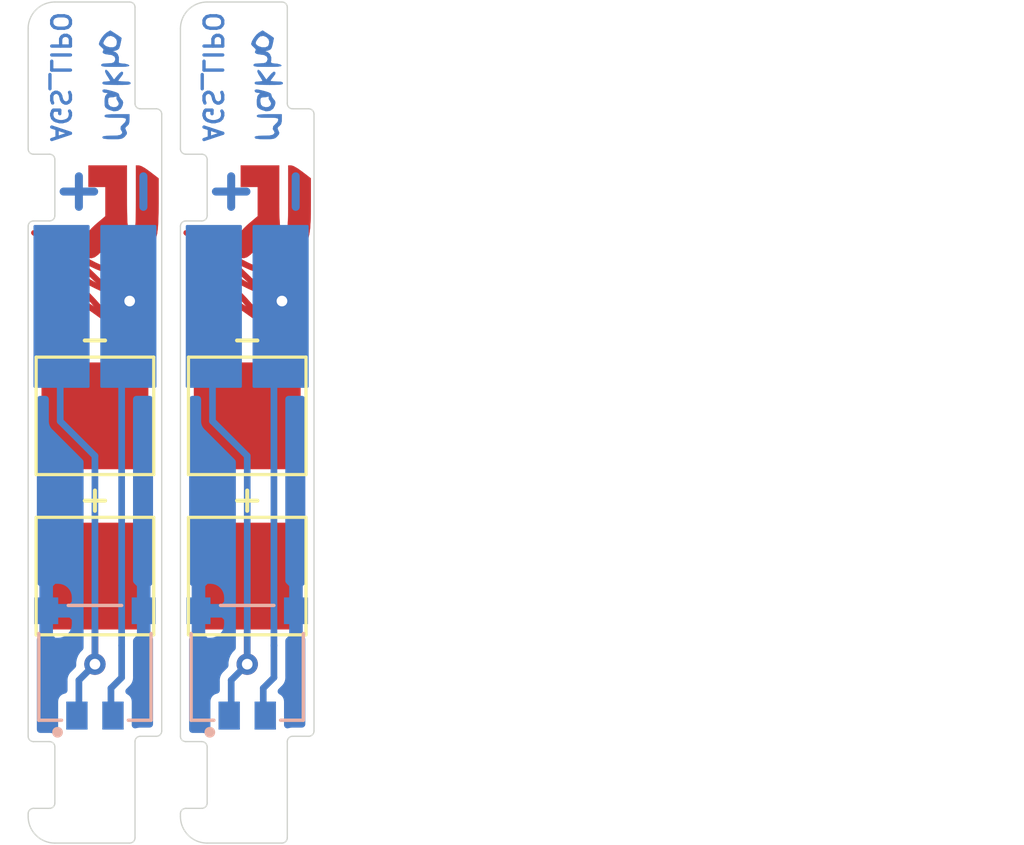
<source format=kicad_pcb>
(kicad_pcb (version 20171130) (host pcbnew "(5.1.6)-1")

  (general
    (thickness 1.6)
    (drawings 88)
    (tracks 32)
    (zones 0)
    (modules 10)
    (nets 4)
  )

  (page A4)
  (layers
    (0 F.Cu signal)
    (31 B.Cu signal)
    (32 B.Adhes user)
    (33 F.Adhes user)
    (34 B.Paste user)
    (35 F.Paste user)
    (36 B.SilkS user)
    (37 F.SilkS user)
    (38 B.Mask user)
    (39 F.Mask user)
    (40 Dwgs.User user)
    (41 Cmts.User user)
    (42 Eco1.User user)
    (43 Eco2.User user)
    (44 Edge.Cuts user)
    (45 Margin user)
    (46 B.CrtYd user)
    (47 F.CrtYd user)
    (48 B.Fab user)
    (49 F.Fab user)
  )

  (setup
    (last_trace_width 0.25)
    (trace_clearance 0.2)
    (zone_clearance 0.3)
    (zone_45_only no)
    (trace_min 0.2)
    (via_size 0.8)
    (via_drill 0.4)
    (via_min_size 0.4)
    (via_min_drill 0.3)
    (uvia_size 0.3)
    (uvia_drill 0.1)
    (uvias_allowed no)
    (uvia_min_size 0.2)
    (uvia_min_drill 0.1)
    (edge_width 0.05)
    (segment_width 0.2)
    (pcb_text_width 0.3)
    (pcb_text_size 1.5 1.5)
    (mod_edge_width 0.12)
    (mod_text_size 1 1)
    (mod_text_width 0.15)
    (pad_size 0.9 1)
    (pad_drill 0)
    (pad_to_mask_clearance 0.051)
    (solder_mask_min_width 0.25)
    (aux_axis_origin 0 0)
    (visible_elements 7FFFFFFF)
    (pcbplotparams
      (layerselection 0x010f0_ffffffff)
      (usegerberextensions true)
      (usegerberattributes false)
      (usegerberadvancedattributes false)
      (creategerberjobfile false)
      (excludeedgelayer true)
      (linewidth 0.150000)
      (plotframeref false)
      (viasonmask false)
      (mode 1)
      (useauxorigin false)
      (hpglpennumber 1)
      (hpglpenspeed 20)
      (hpglpendiameter 15.000000)
      (psnegative false)
      (psa4output false)
      (plotreference true)
      (plotvalue true)
      (plotinvisibletext false)
      (padsonsilk false)
      (subtractmaskfromsilk false)
      (outputformat 1)
      (mirror false)
      (drillshape 0)
      (scaleselection 1)
      (outputdirectory "gerbers(double)/"))
  )

  (net 0 "")
  (net 1 GND)
  (net 2 "Net-(J1-Pad2)")
  (net 3 "Net-(J1-Pad1)")

  (net_class Default "This is the default net class."
    (clearance 0.2)
    (trace_width 0.25)
    (via_dia 0.8)
    (via_drill 0.4)
    (uvia_dia 0.3)
    (uvia_drill 0.1)
    (add_net GND)
    (add_net "Net-(J1-Pad1)")
    (add_net "Net-(J1-Pad2)")
  )

  (module misc_footprints:makho_micro_fmask (layer B.Cu) (tedit 5F25B3E4) (tstamp 5F471623)
    (at 9 3.1 90)
    (fp_text reference Ref** (at 0 -1.7 90) (layer B.SilkS) hide
      (effects (font (size 1.27 1.27) (thickness 0.15)) (justify mirror))
    )
    (fp_text value Val** (at 0 1.45 90) (layer B.SilkS) hide
      (effects (font (size 1.27 1.27) (thickness 0.15)) (justify mirror))
    )
    (fp_poly (pts (xy 0.759655 0.432761) (xy 0.784915 0.326644) (xy 0.791078 0.266886) (xy 0.802682 0.147725)
      (xy 0.824764 0.093972) (xy 0.869195 0.086381) (xy 0.898564 0.092626) (xy 1.029977 0.095134)
      (xy 1.14855 0.048059) (xy 1.224037 -0.034307) (xy 1.234188 -0.065969) (xy 1.248432 -0.122276)
      (xy 1.250707 -0.120021) (xy 1.398919 -0.120021) (xy 1.399791 -0.25076) (xy 1.443277 -0.380038)
      (xy 1.466083 -0.415541) (xy 1.525851 -0.481141) (xy 1.584504 -0.486584) (xy 1.655328 -0.454816)
      (xy 1.754542 -0.384005) (xy 1.815363 -0.311611) (xy 1.833909 -0.198455) (xy 1.791159 -0.084757)
      (xy 1.704949 -0.000079) (xy 1.611046 0.027) (xy 1.505598 0.009686) (xy 1.4428 -0.0238)
      (xy 1.398919 -0.120021) (xy 1.250707 -0.120021) (xy 1.263523 -0.107319) (xy 1.28456 -0.028396)
      (xy 1.313827 0.0552) (xy 1.367231 0.104695) (xy 1.470017 0.138909) (xy 1.525879 0.151521)
      (xy 1.648057 0.177154) (xy 1.730463 0.193372) (xy 1.749504 0.196333) (xy 1.778227 0.163763)
      (xy 1.837757 0.079287) (xy 1.898948 -0.013694) (xy 2.033723 -0.223722) (xy 1.956278 -0.35639)
      (xy 1.875534 -0.451346) (xy 1.75675 -0.545867) (xy 1.630585 -0.619116) (xy 1.5277 -0.650255)
      (xy 1.523759 -0.650333) (xy 1.471154 -0.620113) (xy 1.401828 -0.547378) (xy 1.401314 -0.546725)
      (xy 1.334771 -0.479633) (xy 1.284908 -0.480491) (xy 1.269478 -0.493455) (xy 1.212885 -0.510268)
      (xy 1.164841 -0.459614) (xy 1.139274 -0.358518) (xy 1.13807 -0.332833) (xy 1.114923 -0.165209)
      (xy 1.054943 -0.063291) (xy 0.963695 -0.033001) (xy 0.880933 -0.059308) (xy 0.831344 -0.104033)
      (xy 0.806455 -0.184987) (xy 0.799346 -0.32549) (xy 0.799333 -0.334323) (xy 0.793565 -0.474229)
      (xy 0.773343 -0.546021) (xy 0.735833 -0.565667) (xy 0.709011 -0.553215) (xy 0.690764 -0.507394)
      (xy 0.679578 -0.415506) (xy 0.67394 -0.264854) (xy 0.672335 -0.04274) (xy 0.672333 -0.032972)
      (xy 0.674347 0.197694) (xy 0.68107 0.353707) (xy 0.693521 0.445002) (xy 0.71272 0.481513)
      (xy 0.72525 0.482302) (xy 0.759655 0.432761)) (layer B.Cu) (width 0.01))
    (fp_poly (pts (xy -1.105667 0.027) (xy -1.107481 -0.181438) (xy -1.114142 -0.318683) (xy -1.127481 -0.398154)
      (xy -1.149327 -0.43327) (xy -1.169167 -0.438667) (xy -1.199437 -0.424273) (xy -1.218593 -0.371631)
      (xy -1.228876 -0.266547) (xy -1.232527 -0.094828) (xy -1.232667 -0.0365) (xy -1.233977 0.150494)
      (xy -1.240082 0.26852) (xy -1.254247 0.333265) (xy -1.279737 0.360412) (xy -1.316358 0.365667)
      (xy -1.398641 0.33261) (xy -1.469393 0.259833) (xy -1.560525 0.172608) (xy -1.660389 0.160547)
      (xy -1.730406 0.203006) (xy -1.789166 0.229053) (xy -1.844706 0.197823) (xy -1.880786 0.14195)
      (xy -1.901543 0.037873) (xy -1.909639 -0.130208) (xy -1.91 -0.18985) (xy -1.914722 -0.374777)
      (xy -1.930498 -0.48295) (xy -1.959746 -0.521839) (xy -2.004884 -0.498914) (xy -2.008778 -0.495111)
      (xy -2.021876 -0.442302) (xy -2.031743 -0.326896) (xy -2.036713 -0.170949) (xy -2.037 -0.12149)
      (xy -2.034588 0.053956) (xy -2.023753 0.167506) (xy -1.999097 0.241874) (xy -1.95522 0.299777)
      (xy -1.93132 0.32319) (xy -1.851678 0.387379) (xy -1.788118 0.395599) (xy -1.718499 0.365131)
      (xy -1.63612 0.331303) (xy -1.583106 0.353644) (xy -1.546612 0.400229) (xy -1.478886 0.463094)
      (xy -1.374447 0.489618) (xy -1.293766 0.492667) (xy -1.105667 0.492667) (xy -1.105667 0.027)) (layer B.Cu) (width 0.01))
    (fp_poly (pts (xy -0.598475 0.23487) (xy -0.538146 0.182995) (xy -0.452577 0.120822) (xy -0.379436 0.102834)
      (xy -0.332328 0.083809) (xy -0.286873 0.000442) (xy -0.243952 -0.132601) (xy -0.206477 -0.277449)
      (xy -0.181204 -0.396747) (xy -0.174333 -0.452027) (xy -0.19875 -0.516583) (xy -0.256119 -0.50956)
      (xy -0.273111 -0.495111) (xy -0.296911 -0.433693) (xy -0.30268 -0.378694) (xy -0.308591 -0.317878)
      (xy -0.335655 -0.33326) (xy -0.360263 -0.364583) (xy -0.431162 -0.41471) (xy -0.556519 -0.43662)
      (xy -0.633223 -0.438667) (xy -0.763229 -0.43464) (xy -0.839116 -0.411484) (xy -0.891396 -0.352582)
      (xy -0.933322 -0.275236) (xy -0.988792 -0.101654) (xy -0.846007 -0.101654) (xy -0.812103 -0.221788)
      (xy -0.810502 -0.224816) (xy -0.739581 -0.291966) (xy -0.617344 -0.311667) (xy -0.517602 -0.303381)
      (xy -0.477083 -0.267009) (xy -0.470667 -0.209296) (xy -0.458914 -0.095816) (xy -0.442306 -0.033018)
      (xy -0.434019 0.017367) (xy -0.46614 0.008631) (xy -0.534671 0.009863) (xy -0.602812 0.052824)
      (xy -0.694473 0.097816) (xy -0.774212 0.0755) (xy -0.82905 0.003226) (xy -0.846007 -0.101654)
      (xy -0.988792 -0.101654) (xy -0.989466 -0.099548) (xy -0.974356 0.053568) (xy -0.89206 0.170838)
      (xy -0.778228 0.230652) (xy -0.670822 0.25442) (xy -0.598475 0.23487)) (layer B.Cu) (width 0.01))
    (fp_poly (pts (xy 0.096794 0.514097) (xy 0.11651 0.440749) (xy 0.122 0.302167) (xy 0.126217 0.174631)
      (xy 0.137094 0.09006) (xy 0.147639 0.069333) (xy 0.1934 0.094134) (xy 0.275566 0.155843)
      (xy 0.301887 0.177551) (xy 0.399306 0.245474) (xy 0.461424 0.250665) (xy 0.477107 0.239159)
      (xy 0.48627 0.192584) (xy 0.433459 0.121601) (xy 0.357892 0.053331) (xy 0.192067 -0.085888)
      (xy 0.393678 -0.2246) (xy 0.512711 -0.316241) (xy 0.558983 -0.378765) (xy 0.550854 -0.407746)
      (xy 0.492058 -0.41898) (xy 0.388101 -0.372221) (xy 0.336284 -0.33959) (xy 0.23262 -0.273764)
      (xy 0.16069 -0.233219) (xy 0.144074 -0.227) (xy 0.129475 -0.264265) (xy 0.122187 -0.355881)
      (xy 0.122 -0.375167) (xy 0.108684 -0.487959) (xy 0.070161 -0.523482) (xy 0.023222 -0.495111)
      (xy 0.012192 -0.444013) (xy 0.003182 -0.325989) (xy -0.002864 -0.158773) (xy -0.005 0.034056)
      (xy -0.003375 0.251341) (xy 0.002603 0.397031) (xy 0.014584 0.484152) (xy 0.03422 0.525732)
      (xy 0.0585 0.535) (xy 0.096794 0.514097)) (layer B.Cu) (width 0.01))
    (fp_poly (pts (xy 0.096794 0.514097) (xy 0.11651 0.440749) (xy 0.122 0.302167) (xy 0.126217 0.174631)
      (xy 0.137094 0.09006) (xy 0.147639 0.069333) (xy 0.1934 0.094134) (xy 0.275566 0.155843)
      (xy 0.301887 0.177551) (xy 0.399306 0.245474) (xy 0.461424 0.250665) (xy 0.477107 0.239159)
      (xy 0.48627 0.192584) (xy 0.433459 0.121601) (xy 0.357892 0.053331) (xy 0.192067 -0.085888)
      (xy 0.393678 -0.2246) (xy 0.512711 -0.316241) (xy 0.558983 -0.378765) (xy 0.550854 -0.407746)
      (xy 0.492058 -0.41898) (xy 0.388101 -0.372221) (xy 0.336284 -0.33959) (xy 0.23262 -0.273764)
      (xy 0.16069 -0.233219) (xy 0.144074 -0.227) (xy 0.129475 -0.264265) (xy 0.122187 -0.355881)
      (xy 0.122 -0.375167) (xy 0.108684 -0.487959) (xy 0.070161 -0.523482) (xy 0.023222 -0.495111)
      (xy 0.012192 -0.444013) (xy 0.003182 -0.325989) (xy -0.002864 -0.158773) (xy -0.005 0.034056)
      (xy -0.003375 0.251341) (xy 0.002603 0.397031) (xy 0.014584 0.484152) (xy 0.03422 0.525732)
      (xy 0.0585 0.535) (xy 0.096794 0.514097)) (layer B.Mask) (width 0.01))
    (fp_poly (pts (xy 0.759655 0.432761) (xy 0.784915 0.326644) (xy 0.791078 0.266886) (xy 0.802682 0.147725)
      (xy 0.824764 0.093972) (xy 0.869195 0.086381) (xy 0.898564 0.092626) (xy 1.029977 0.095134)
      (xy 1.14855 0.048059) (xy 1.224037 -0.034307) (xy 1.234188 -0.065969) (xy 1.248432 -0.122276)
      (xy 1.250707 -0.120021) (xy 1.398919 -0.120021) (xy 1.399791 -0.25076) (xy 1.443277 -0.380038)
      (xy 1.466083 -0.415541) (xy 1.525851 -0.481141) (xy 1.584504 -0.486584) (xy 1.655328 -0.454816)
      (xy 1.754542 -0.384005) (xy 1.815363 -0.311611) (xy 1.833909 -0.198455) (xy 1.791159 -0.084757)
      (xy 1.704949 -0.000079) (xy 1.611046 0.027) (xy 1.505598 0.009686) (xy 1.4428 -0.0238)
      (xy 1.398919 -0.120021) (xy 1.250707 -0.120021) (xy 1.263523 -0.107319) (xy 1.28456 -0.028396)
      (xy 1.313827 0.0552) (xy 1.367231 0.104695) (xy 1.470017 0.138909) (xy 1.525879 0.151521)
      (xy 1.648057 0.177154) (xy 1.730463 0.193372) (xy 1.749504 0.196333) (xy 1.778227 0.163763)
      (xy 1.837757 0.079287) (xy 1.898948 -0.013694) (xy 2.033723 -0.223722) (xy 1.956278 -0.35639)
      (xy 1.875534 -0.451346) (xy 1.75675 -0.545867) (xy 1.630585 -0.619116) (xy 1.5277 -0.650255)
      (xy 1.523759 -0.650333) (xy 1.471154 -0.620113) (xy 1.401828 -0.547378) (xy 1.401314 -0.546725)
      (xy 1.334771 -0.479633) (xy 1.284908 -0.480491) (xy 1.269478 -0.493455) (xy 1.212885 -0.510268)
      (xy 1.164841 -0.459614) (xy 1.139274 -0.358518) (xy 1.13807 -0.332833) (xy 1.114923 -0.165209)
      (xy 1.054943 -0.063291) (xy 0.963695 -0.033001) (xy 0.880933 -0.059308) (xy 0.831344 -0.104033)
      (xy 0.806455 -0.184987) (xy 0.799346 -0.32549) (xy 0.799333 -0.334323) (xy 0.793565 -0.474229)
      (xy 0.773343 -0.546021) (xy 0.735833 -0.565667) (xy 0.709011 -0.553215) (xy 0.690764 -0.507394)
      (xy 0.679578 -0.415506) (xy 0.67394 -0.264854) (xy 0.672335 -0.04274) (xy 0.672333 -0.032972)
      (xy 0.674347 0.197694) (xy 0.68107 0.353707) (xy 0.693521 0.445002) (xy 0.71272 0.481513)
      (xy 0.72525 0.482302) (xy 0.759655 0.432761)) (layer B.Mask) (width 0.01))
    (fp_poly (pts (xy -0.598475 0.23487) (xy -0.538146 0.182995) (xy -0.452577 0.120822) (xy -0.379436 0.102834)
      (xy -0.332328 0.083809) (xy -0.286873 0.000442) (xy -0.243952 -0.132601) (xy -0.206477 -0.277449)
      (xy -0.181204 -0.396747) (xy -0.174333 -0.452027) (xy -0.19875 -0.516583) (xy -0.256119 -0.50956)
      (xy -0.273111 -0.495111) (xy -0.296911 -0.433693) (xy -0.30268 -0.378694) (xy -0.308591 -0.317878)
      (xy -0.335655 -0.33326) (xy -0.360263 -0.364583) (xy -0.431162 -0.41471) (xy -0.556519 -0.43662)
      (xy -0.633223 -0.438667) (xy -0.763229 -0.43464) (xy -0.839116 -0.411484) (xy -0.891396 -0.352582)
      (xy -0.933322 -0.275236) (xy -0.988792 -0.101654) (xy -0.846007 -0.101654) (xy -0.812103 -0.221788)
      (xy -0.810502 -0.224816) (xy -0.739581 -0.291966) (xy -0.617344 -0.311667) (xy -0.517602 -0.303381)
      (xy -0.477083 -0.267009) (xy -0.470667 -0.209296) (xy -0.458914 -0.095816) (xy -0.442306 -0.033018)
      (xy -0.434019 0.017367) (xy -0.46614 0.008631) (xy -0.534671 0.009863) (xy -0.602812 0.052824)
      (xy -0.694473 0.097816) (xy -0.774212 0.0755) (xy -0.82905 0.003226) (xy -0.846007 -0.101654)
      (xy -0.988792 -0.101654) (xy -0.989466 -0.099548) (xy -0.974356 0.053568) (xy -0.89206 0.170838)
      (xy -0.778228 0.230652) (xy -0.670822 0.25442) (xy -0.598475 0.23487)) (layer B.Mask) (width 0.01))
    (fp_poly (pts (xy -1.105667 0.027) (xy -1.107481 -0.181438) (xy -1.114142 -0.318683) (xy -1.127481 -0.398154)
      (xy -1.149327 -0.43327) (xy -1.169167 -0.438667) (xy -1.199437 -0.424273) (xy -1.218593 -0.371631)
      (xy -1.228876 -0.266547) (xy -1.232527 -0.094828) (xy -1.232667 -0.0365) (xy -1.233977 0.150494)
      (xy -1.240082 0.26852) (xy -1.254247 0.333265) (xy -1.279737 0.360412) (xy -1.316358 0.365667)
      (xy -1.398641 0.33261) (xy -1.469393 0.259833) (xy -1.560525 0.172608) (xy -1.660389 0.160547)
      (xy -1.730406 0.203006) (xy -1.789166 0.229053) (xy -1.844706 0.197823) (xy -1.880786 0.14195)
      (xy -1.901543 0.037873) (xy -1.909639 -0.130208) (xy -1.91 -0.18985) (xy -1.914722 -0.374777)
      (xy -1.930498 -0.48295) (xy -1.959746 -0.521839) (xy -2.004884 -0.498914) (xy -2.008778 -0.495111)
      (xy -2.021876 -0.442302) (xy -2.031743 -0.326896) (xy -2.036713 -0.170949) (xy -2.037 -0.12149)
      (xy -2.034588 0.053956) (xy -2.023753 0.167506) (xy -1.999097 0.241874) (xy -1.95522 0.299777)
      (xy -1.93132 0.32319) (xy -1.851678 0.387379) (xy -1.788118 0.395599) (xy -1.718499 0.365131)
      (xy -1.63612 0.331303) (xy -1.583106 0.353644) (xy -1.546612 0.400229) (xy -1.478886 0.463094)
      (xy -1.374447 0.489618) (xy -1.293766 0.492667) (xy -1.105667 0.492667) (xy -1.105667 0.027)) (layer B.Mask) (width 0.01))
  )

  (module misc_footprints:RM_4.75mm_fmask (layer F.Cu) (tedit 5F06772A) (tstamp 5F47161E)
    (at 8 9 270)
    (fp_text reference Ref** (at 0 -3.45 90) (layer F.SilkS) hide
      (effects (font (size 1.27 1.27) (thickness 0.15)))
    )
    (fp_text value Val** (at 0 2.9 90) (layer F.SilkS) hide
      (effects (font (size 1.27 1.27) (thickness 0.15)))
    )
    (fp_poly (pts (xy -1.076079 -2.579609) (xy -0.764889 -2.570271) (xy -0.514922 -2.552571) (xy -0.314525 -2.52476)
      (xy -0.152048 -2.48509) (xy -0.015839 -2.431812) (xy 0.105755 -2.36318) (xy 0.136094 -2.342825)
      (xy 0.302495 -2.179714) (xy 0.412872 -1.970726) (xy 0.466615 -1.733998) (xy 0.463111 -1.487668)
      (xy 0.401749 -1.249876) (xy 0.281918 -1.038758) (xy 0.183599 -0.934104) (xy 0.082469 -0.842594)
      (xy 0.036992 -0.786763) (xy 0.038865 -0.746808) (xy 0.079784 -0.702928) (xy 0.084763 -0.698413)
      (xy 0.134438 -0.659814) (xy 0.179573 -0.655932) (xy 0.241432 -0.694368) (xy 0.341279 -0.782722)
      (xy 0.354352 -0.794761) (xy 0.480785 -0.902277) (xy 0.605697 -0.994232) (xy 0.67039 -1.033576)
      (xy 0.816047 -1.084285) (xy 0.9656 -1.09791) (xy 1.089262 -1.074237) (xy 1.143181 -1.036948)
      (xy 1.180874 -0.929983) (xy 1.172763 -0.763955) (xy 1.120929 -0.549628) (xy 1.027453 -0.297765)
      (xy 0.979604 -0.1905) (xy 0.80196 0.1905) (xy 1.197961 -0.22225) (xy 1.363334 -0.392082)
      (xy 1.484561 -0.50857) (xy 1.574114 -0.581324) (xy 1.644462 -0.619953) (xy 1.708075 -0.634066)
      (xy 1.733606 -0.635) (xy 1.827552 -0.629019) (xy 1.858349 -0.594357) (xy 1.847436 -0.505936)
      (xy 1.846775 -0.502626) (xy 1.812482 -0.402717) (xy 1.740231 -0.243178) (xy 1.636403 -0.036506)
      (xy 1.50738 0.204801) (xy 1.359544 0.468247) (xy 1.287424 0.592667) (xy 1.23785 0.679265)
      (xy 1.22192 0.716355) (xy 1.245305 0.700332) (xy 1.31368 0.627594) (xy 1.420741 0.508)
      (xy 1.649518 0.259444) (xy 1.882003 0.022274) (xy 2.109049 -0.195476) (xy 2.321509 -0.385774)
      (xy 2.510237 -0.540588) (xy 2.666085 -0.651885) (xy 2.779907 -0.711632) (xy 2.818693 -0.719667)
      (xy 2.91653 -0.692819) (xy 2.949394 -0.619579) (xy 2.9146 -0.5109) (xy 2.882041 -0.461177)
      (xy 2.645204 -0.132251) (xy 2.42634 0.188337) (xy 2.230307 0.492221) (xy 2.061959 0.771032)
      (xy 1.926154 1.016405) (xy 1.827747 1.21997) (xy 1.771595 1.373362) (xy 1.762466 1.467872)
      (xy 1.767214 1.542606) (xy 1.717243 1.56583) (xy 1.699412 1.566333) (xy 1.604066 1.531319)
      (xy 1.554445 1.437492) (xy 1.558224 1.301675) (xy 1.565507 1.27288) (xy 1.625356 1.121115)
      (xy 1.733615 0.909884) (xy 1.886324 0.646248) (xy 2.079523 0.337268) (xy 2.157461 0.217456)
      (xy 2.41692 -0.177679) (xy 2.205364 0.000708) (xy 2.10856 0.091687) (xy 1.971251 0.233412)
      (xy 1.806877 0.411373) (xy 1.628882 0.611064) (xy 1.478067 0.785694) (xy 1.312022 0.978336)
      (xy 1.161093 1.148468) (xy 1.03507 1.28545) (xy 0.943739 1.378642) (xy 0.896981 1.417369)
      (xy 0.81697 1.411082) (xy 0.768403 1.379213) (xy 0.733879 1.309367) (xy 0.741049 1.203575)
      (xy 0.792559 1.053987) (xy 0.883672 0.867833) (xy 1.100667 0.867833) (xy 1.121833 0.889)
      (xy 1.143 0.867833) (xy 1.121833 0.846667) (xy 1.100667 0.867833) (xy 0.883672 0.867833)
      (xy 0.891053 0.852753) (xy 1.026276 0.613833) (xy 1.140131 0.419589) (xy 1.256026 0.219858)
      (xy 1.355649 0.046273) (xy 1.391913 -0.017765) (xy 1.53283 -0.268364) (xy 1.284998 -0.001399)
      (xy 1.005312 0.313257) (xy 0.725972 0.652098) (xy 0.459372 0.99848) (xy 0.217908 1.335759)
      (xy 0.013977 1.647289) (xy -0.13271 1.902328) (xy -0.219549 2.060285) (xy -0.284178 2.15147)
      (xy -0.338465 2.186615) (xy -0.394283 2.176453) (xy -0.419901 2.161977) (xy -0.444897 2.130823)
      (xy -0.448147 2.076523) (xy -0.426418 1.991827) (xy -0.376479 1.869484) (xy -0.295096 1.702244)
      (xy -0.179038 1.482855) (xy -0.025072 1.204069) (xy 0.128739 0.931333) (xy 0.277827 0.666295)
      (xy 0.424203 0.401985) (xy 0.516411 0.232833) (xy 0.762 0.232833) (xy 0.783167 0.254)
      (xy 0.804333 0.232833) (xy 0.783167 0.211667) (xy 0.762 0.232833) (xy 0.516411 0.232833)
      (xy 0.558556 0.15552) (xy 0.671577 -0.055986) (xy 0.753955 -0.215417) (xy 0.768394 -0.244566)
      (xy 0.869131 -0.469614) (xy 0.936596 -0.660922) (xy 0.96852 -0.808356) (xy 0.962636 -0.901786)
      (xy 0.922092 -0.931333) (xy 0.84536 -0.904369) (xy 0.730555 -0.834149) (xy 0.600071 -0.736682)
      (xy 0.476303 -0.627976) (xy 0.426082 -0.576753) (xy 0.322997 -0.464697) (xy 0.457832 -0.325583)
      (xy 0.556768 -0.193001) (xy 0.592667 -0.072068) (xy 0.589508 -0.013524) (xy 0.568036 0.020599)
      (xy 0.510252 0.036893) (xy 0.398162 0.041949) (xy 0.28035 0.042333) (xy 0.089697 0.050034)
      (xy -0.034278 0.072134) (xy -0.075971 0.095356) (xy -0.144118 0.211488) (xy -0.210562 0.380484)
      (xy -0.265567 0.570919) (xy -0.299399 0.751372) (xy -0.305465 0.836083) (xy -0.318986 0.986318)
      (xy -0.355978 1.055564) (xy -0.416244 1.043631) (xy -0.466294 0.994077) (xy -0.49725 0.903968)
      (xy -0.501567 0.758393) (xy -0.481793 0.581363) (xy -0.440479 0.396889) (xy -0.386585 0.243417)
      (xy -0.338117 0.125837) (xy -0.324284 0.065715) (xy -0.343697 0.043889) (xy -0.371921 0.041182)
      (xy -0.429057 0.009913) (xy -0.523413 -0.073212) (xy -0.63954 -0.19376) (xy -0.711778 -0.276318)
      (xy -0.979056 -0.592667) (xy -2.074333 -0.592667) (xy -2.074333 0.042333) (xy -2.878667 0.042333)
      (xy -2.878667 -1.397) (xy -1.754731 -1.397) (xy -1.402479 -1.397775) (xy -1.124915 -1.400444)
      (xy -0.91207 -1.405523) (xy -0.753978 -1.413527) (xy -0.640672 -1.424971) (xy -0.562182 -1.440371)
      (xy -0.508542 -1.460242) (xy -0.505898 -1.461587) (xy -0.407826 -1.525953) (xy -0.390054 -1.584701)
      (xy -0.450513 -1.651807) (xy -0.475086 -1.669766) (xy -0.514836 -1.689823) (xy -0.576516 -1.705471)
      (xy -0.669844 -1.717225) (xy -0.804541 -1.725596) (xy -0.990325 -1.731098) (xy -1.236917 -1.734244)
      (xy -1.554036 -1.735546) (xy -1.72392 -1.735667) (xy -2.878667 -1.735667) (xy -2.878667 -1.844505)
      (xy -2.850118 -1.939126) (xy -2.769217 -2.081563) (xy -2.643083 -2.259368) (xy -2.636583 -2.267839)
      (xy -2.3945 -2.582333) (xy -1.460144 -2.582333) (xy -1.076079 -2.579609)) (layer F.Mask) (width 0.01))
    (fp_poly (pts (xy -1.076079 -2.579609) (xy -0.764889 -2.570271) (xy -0.514922 -2.552571) (xy -0.314525 -2.52476)
      (xy -0.152048 -2.48509) (xy -0.015839 -2.431812) (xy 0.105755 -2.36318) (xy 0.136094 -2.342825)
      (xy 0.302495 -2.179714) (xy 0.412872 -1.970726) (xy 0.466615 -1.733998) (xy 0.463111 -1.487668)
      (xy 0.401749 -1.249876) (xy 0.281918 -1.038758) (xy 0.183599 -0.934104) (xy 0.082469 -0.842594)
      (xy 0.036992 -0.786763) (xy 0.038865 -0.746808) (xy 0.079784 -0.702928) (xy 0.084763 -0.698413)
      (xy 0.134438 -0.659814) (xy 0.179573 -0.655932) (xy 0.241432 -0.694368) (xy 0.341279 -0.782722)
      (xy 0.354352 -0.794761) (xy 0.480785 -0.902277) (xy 0.605697 -0.994232) (xy 0.67039 -1.033576)
      (xy 0.816047 -1.084285) (xy 0.9656 -1.09791) (xy 1.089262 -1.074237) (xy 1.143181 -1.036948)
      (xy 1.180874 -0.929983) (xy 1.172763 -0.763955) (xy 1.120929 -0.549628) (xy 1.027453 -0.297765)
      (xy 0.979604 -0.1905) (xy 0.80196 0.1905) (xy 1.197961 -0.22225) (xy 1.363334 -0.392082)
      (xy 1.484561 -0.50857) (xy 1.574114 -0.581324) (xy 1.644462 -0.619953) (xy 1.708075 -0.634066)
      (xy 1.733606 -0.635) (xy 1.827552 -0.629019) (xy 1.858349 -0.594357) (xy 1.847436 -0.505936)
      (xy 1.846775 -0.502626) (xy 1.812482 -0.402717) (xy 1.740231 -0.243178) (xy 1.636403 -0.036506)
      (xy 1.50738 0.204801) (xy 1.359544 0.468247) (xy 1.287424 0.592667) (xy 1.23785 0.679265)
      (xy 1.22192 0.716355) (xy 1.245305 0.700332) (xy 1.31368 0.627594) (xy 1.420741 0.508)
      (xy 1.649518 0.259444) (xy 1.882003 0.022274) (xy 2.109049 -0.195476) (xy 2.321509 -0.385774)
      (xy 2.510237 -0.540588) (xy 2.666085 -0.651885) (xy 2.779907 -0.711632) (xy 2.818693 -0.719667)
      (xy 2.91653 -0.692819) (xy 2.949394 -0.619579) (xy 2.9146 -0.5109) (xy 2.882041 -0.461177)
      (xy 2.645204 -0.132251) (xy 2.42634 0.188337) (xy 2.230307 0.492221) (xy 2.061959 0.771032)
      (xy 1.926154 1.016405) (xy 1.827747 1.21997) (xy 1.771595 1.373362) (xy 1.762466 1.467872)
      (xy 1.767214 1.542606) (xy 1.717243 1.56583) (xy 1.699412 1.566333) (xy 1.604066 1.531319)
      (xy 1.554445 1.437492) (xy 1.558224 1.301675) (xy 1.565507 1.27288) (xy 1.625356 1.121115)
      (xy 1.733615 0.909884) (xy 1.886324 0.646248) (xy 2.079523 0.337268) (xy 2.157461 0.217456)
      (xy 2.41692 -0.177679) (xy 2.205364 0.000708) (xy 2.10856 0.091687) (xy 1.971251 0.233412)
      (xy 1.806877 0.411373) (xy 1.628882 0.611064) (xy 1.478067 0.785694) (xy 1.312022 0.978336)
      (xy 1.161093 1.148468) (xy 1.03507 1.28545) (xy 0.943739 1.378642) (xy 0.896981 1.417369)
      (xy 0.81697 1.411082) (xy 0.768403 1.379213) (xy 0.733879 1.309367) (xy 0.741049 1.203575)
      (xy 0.792559 1.053987) (xy 0.883672 0.867833) (xy 1.100667 0.867833) (xy 1.121833 0.889)
      (xy 1.143 0.867833) (xy 1.121833 0.846667) (xy 1.100667 0.867833) (xy 0.883672 0.867833)
      (xy 0.891053 0.852753) (xy 1.026276 0.613833) (xy 1.140131 0.419589) (xy 1.256026 0.219858)
      (xy 1.355649 0.046273) (xy 1.391913 -0.017765) (xy 1.53283 -0.268364) (xy 1.284998 -0.001399)
      (xy 1.005312 0.313257) (xy 0.725972 0.652098) (xy 0.459372 0.99848) (xy 0.217908 1.335759)
      (xy 0.013977 1.647289) (xy -0.13271 1.902328) (xy -0.219549 2.060285) (xy -0.284178 2.15147)
      (xy -0.338465 2.186615) (xy -0.394283 2.176453) (xy -0.419901 2.161977) (xy -0.444897 2.130823)
      (xy -0.448147 2.076523) (xy -0.426418 1.991827) (xy -0.376479 1.869484) (xy -0.295096 1.702244)
      (xy -0.179038 1.482855) (xy -0.025072 1.204069) (xy 0.128739 0.931333) (xy 0.277827 0.666295)
      (xy 0.424203 0.401985) (xy 0.516411 0.232833) (xy 0.762 0.232833) (xy 0.783167 0.254)
      (xy 0.804333 0.232833) (xy 0.783167 0.211667) (xy 0.762 0.232833) (xy 0.516411 0.232833)
      (xy 0.558556 0.15552) (xy 0.671577 -0.055986) (xy 0.753955 -0.215417) (xy 0.768394 -0.244566)
      (xy 0.869131 -0.469614) (xy 0.936596 -0.660922) (xy 0.96852 -0.808356) (xy 0.962636 -0.901786)
      (xy 0.922092 -0.931333) (xy 0.84536 -0.904369) (xy 0.730555 -0.834149) (xy 0.600071 -0.736682)
      (xy 0.476303 -0.627976) (xy 0.426082 -0.576753) (xy 0.322997 -0.464697) (xy 0.457832 -0.325583)
      (xy 0.556768 -0.193001) (xy 0.592667 -0.072068) (xy 0.589508 -0.013524) (xy 0.568036 0.020599)
      (xy 0.510252 0.036893) (xy 0.398162 0.041949) (xy 0.28035 0.042333) (xy 0.089697 0.050034)
      (xy -0.034278 0.072134) (xy -0.075971 0.095356) (xy -0.144118 0.211488) (xy -0.210562 0.380484)
      (xy -0.265567 0.570919) (xy -0.299399 0.751372) (xy -0.305465 0.836083) (xy -0.318986 0.986318)
      (xy -0.355978 1.055564) (xy -0.416244 1.043631) (xy -0.466294 0.994077) (xy -0.49725 0.903968)
      (xy -0.501567 0.758393) (xy -0.481793 0.581363) (xy -0.440479 0.396889) (xy -0.386585 0.243417)
      (xy -0.338117 0.125837) (xy -0.324284 0.065715) (xy -0.343697 0.043889) (xy -0.371921 0.041182)
      (xy -0.429057 0.009913) (xy -0.523413 -0.073212) (xy -0.63954 -0.19376) (xy -0.711778 -0.276318)
      (xy -0.979056 -0.592667) (xy -2.074333 -0.592667) (xy -2.074333 0.042333) (xy -2.878667 0.042333)
      (xy -2.878667 -1.397) (xy -1.754731 -1.397) (xy -1.402479 -1.397775) (xy -1.124915 -1.400444)
      (xy -0.91207 -1.405523) (xy -0.753978 -1.413527) (xy -0.640672 -1.424971) (xy -0.562182 -1.440371)
      (xy -0.508542 -1.460242) (xy -0.505898 -1.461587) (xy -0.407826 -1.525953) (xy -0.390054 -1.584701)
      (xy -0.450513 -1.651807) (xy -0.475086 -1.669766) (xy -0.514836 -1.689823) (xy -0.576516 -1.705471)
      (xy -0.669844 -1.717225) (xy -0.804541 -1.725596) (xy -0.990325 -1.731098) (xy -1.236917 -1.734244)
      (xy -1.554036 -1.735546) (xy -1.72392 -1.735667) (xy -2.878667 -1.735667) (xy -2.878667 -1.844505)
      (xy -2.850118 -1.939126) (xy -2.769217 -2.081563) (xy -2.643083 -2.259368) (xy -2.636583 -2.267839)
      (xy -2.3945 -2.582333) (xy -1.460144 -2.582333) (xy -1.076079 -2.579609)) (layer F.Cu) (width 0.01))
  )

  (module TestPoint:TestPoint_Pad_4.0x4.0mm (layer F.Cu) (tedit 5A0F774F) (tstamp 5F471611)
    (at 8.2 21.5)
    (descr "SMD rectangular pad as test Point, square 4.0mm side length")
    (tags "test point SMD pad rectangle square")
    (path /5F0BE68B)
    (attr virtual)
    (fp_text reference + (at 0 -2.898) (layer F.SilkS)
      (effects (font (size 1 1) (thickness 0.15)))
    )
    (fp_text value TestPoint (at 0 3.1) (layer F.Fab)
      (effects (font (size 1 1) (thickness 0.15)))
    )
    (fp_line (start 2.5 2.5) (end -2.5 2.5) (layer F.CrtYd) (width 0.05))
    (fp_line (start 2.5 2.5) (end 2.5 -2.5) (layer F.CrtYd) (width 0.05))
    (fp_line (start -2.5 -2.5) (end -2.5 2.5) (layer F.CrtYd) (width 0.05))
    (fp_line (start -2.5 -2.5) (end 2.5 -2.5) (layer F.CrtYd) (width 0.05))
    (fp_line (start -2.2 2.2) (end -2.2 -2.2) (layer F.SilkS) (width 0.12))
    (fp_line (start 2.2 2.2) (end -2.2 2.2) (layer F.SilkS) (width 0.12))
    (fp_line (start 2.2 -2.2) (end 2.2 2.2) (layer F.SilkS) (width 0.12))
    (fp_line (start -2.2 -2.2) (end 2.2 -2.2) (layer F.SilkS) (width 0.12))
    (fp_text user %R (at 0 -2.9) (layer F.Fab)
      (effects (font (size 1 1) (thickness 0.15)))
    )
    (pad 1 smd rect (at 0 0) (size 4 4) (layers F.Cu F.Mask))
  )

  (module "misc_footprints:JST_BM02B-ACHSS-GAN-TF(LF)(SN)" (layer B.Cu) (tedit 5F4715CE) (tstamp 5F4715FB)
    (at 8.2 24.75)
    (path /5F0BDC23)
    (fp_text reference J1 (at 1.075 3.635) (layer B.SilkS) hide
      (effects (font (size 1 1) (thickness 0.015)) (justify mirror))
    )
    (fp_text value "BM02B-ACHSS-GAN-TF(LF)(SN)" (at 16.95 -3.365) (layer B.Fab)
      (effects (font (size 1 1) (thickness 0.015)) (justify mirror))
    )
    (fp_circle (center -1.4 2.6) (end -1.3 2.6) (layer B.Fab) (width 0.2))
    (fp_circle (center -1.4 2.6) (end -1.3 2.6) (layer B.SilkS) (width 0.2))
    (fp_line (start -2.35 -2.54) (end -2.35 2.5625) (layer B.CrtYd) (width 0.05))
    (fp_line (start 2.35 -2.54) (end -2.35 -2.54) (layer B.CrtYd) (width 0.05))
    (fp_line (start 2.35 2.5625) (end 2.35 -2.54) (layer B.CrtYd) (width 0.05))
    (fp_line (start -2.35 2.5625) (end 2.35 2.5625) (layer B.CrtYd) (width 0.05))
    (fp_line (start -1 -2.15) (end 1 -2.15) (layer B.SilkS) (width 0.127))
    (fp_line (start 2.1 2.15) (end 2.1 -1.1) (layer B.SilkS) (width 0.127))
    (fp_line (start 1.25 2.15) (end 2.1 2.15) (layer B.SilkS) (width 0.127))
    (fp_line (start -2.1 2.15) (end -2.1 -1.1) (layer B.SilkS) (width 0.127))
    (fp_line (start -1.25 2.15) (end -2.1 2.15) (layer B.SilkS) (width 0.127))
    (fp_line (start -2.1 -2.15) (end -2.1 2.15) (layer B.Fab) (width 0.127))
    (fp_line (start 2.1 -2.15) (end -2.1 -2.15) (layer B.Fab) (width 0.127))
    (fp_line (start 2.1 2.15) (end 2.1 -2.15) (layer B.Fab) (width 0.127))
    (fp_line (start -2.1 2.15) (end 2.1 2.15) (layer B.Fab) (width 0.127))
    (pad 1 smd rect (at -0.675 1.975) (size 0.8 1.05) (layers B.Cu B.Paste B.Mask))
    (pad 2 smd rect (at 0.675 1.975) (size 0.8 1.05) (layers B.Cu B.Paste B.Mask))
    (pad S1 smd rect (at -1.825 -1.95) (size 0.9 1) (layers B.Cu B.Paste B.Mask)
      (net 1 GND))
    (pad S2 smd rect (at 1.825 -1.95) (size 0.9 1) (layers B.Cu B.Paste B.Mask)
      (net 1 GND))
  )

  (module TestPoint:TestPoint_Pad_4.0x4.0mm (layer F.Cu) (tedit 5A0F774F) (tstamp 5F4715EE)
    (at 8.2 15.5)
    (descr "SMD rectangular pad as test Point, square 4.0mm side length")
    (tags "test point SMD pad rectangle square")
    (path /5F0BEC84)
    (attr virtual)
    (fp_text reference - (at 0 -2.898) (layer F.SilkS)
      (effects (font (size 1 1) (thickness 0.15)))
    )
    (fp_text value TestPoint (at 0 3.1) (layer F.Fab)
      (effects (font (size 1 1) (thickness 0.15)))
    )
    (fp_line (start -2.2 -2.2) (end 2.2 -2.2) (layer F.SilkS) (width 0.12))
    (fp_line (start 2.2 -2.2) (end 2.2 2.2) (layer F.SilkS) (width 0.12))
    (fp_line (start 2.2 2.2) (end -2.2 2.2) (layer F.SilkS) (width 0.12))
    (fp_line (start -2.2 2.2) (end -2.2 -2.2) (layer F.SilkS) (width 0.12))
    (fp_line (start -2.5 -2.5) (end 2.5 -2.5) (layer F.CrtYd) (width 0.05))
    (fp_line (start -2.5 -2.5) (end -2.5 2.5) (layer F.CrtYd) (width 0.05))
    (fp_line (start 2.5 2.5) (end 2.5 -2.5) (layer F.CrtYd) (width 0.05))
    (fp_line (start 2.5 2.5) (end -2.5 2.5) (layer F.CrtYd) (width 0.05))
    (fp_text user %R (at 0 -2.9) (layer F.Fab)
      (effects (font (size 1 1) (thickness 0.15)))
    )
    (pad 1 smd rect (at 0 0) (size 4 4) (layers F.Cu F.Mask))
  )

  (module "misc_footprints:JST_BM02B-ACHSS-GAN-TF(LF)(SN)" (layer B.Cu) (tedit 5F3EEB13) (tstamp 5F3EEAD0)
    (at 2.5 24.75)
    (path /5F0BDC23)
    (fp_text reference J1 (at 1.075 3.635) (layer B.SilkS) hide
      (effects (font (size 1 1) (thickness 0.015)) (justify mirror))
    )
    (fp_text value "BM02B-ACHSS-GAN-TF(LF)(SN)" (at 16.95 -3.365) (layer B.Fab)
      (effects (font (size 1 1) (thickness 0.015)) (justify mirror))
    )
    (fp_circle (center -1.4 2.6) (end -1.3 2.6) (layer B.Fab) (width 0.2))
    (fp_circle (center -1.4 2.6) (end -1.3 2.6) (layer B.SilkS) (width 0.2))
    (fp_line (start -2.35 -2.54) (end -2.35 2.5625) (layer B.CrtYd) (width 0.05))
    (fp_line (start 2.35 -2.54) (end -2.35 -2.54) (layer B.CrtYd) (width 0.05))
    (fp_line (start 2.35 2.5625) (end 2.35 -2.54) (layer B.CrtYd) (width 0.05))
    (fp_line (start -2.35 2.5625) (end 2.35 2.5625) (layer B.CrtYd) (width 0.05))
    (fp_line (start -1 -2.15) (end 1 -2.15) (layer B.SilkS) (width 0.127))
    (fp_line (start 2.1 2.15) (end 2.1 -1.1) (layer B.SilkS) (width 0.127))
    (fp_line (start 1.25 2.15) (end 2.1 2.15) (layer B.SilkS) (width 0.127))
    (fp_line (start -2.1 2.15) (end -2.1 -1.1) (layer B.SilkS) (width 0.127))
    (fp_line (start -1.25 2.15) (end -2.1 2.15) (layer B.SilkS) (width 0.127))
    (fp_line (start -2.1 -2.15) (end -2.1 2.15) (layer B.Fab) (width 0.127))
    (fp_line (start 2.1 -2.15) (end -2.1 -2.15) (layer B.Fab) (width 0.127))
    (fp_line (start 2.1 2.15) (end 2.1 -2.15) (layer B.Fab) (width 0.127))
    (fp_line (start -2.1 2.15) (end 2.1 2.15) (layer B.Fab) (width 0.127))
    (pad S2 smd rect (at 1.825 -1.95) (size 0.9 1) (layers B.Cu B.Paste B.Mask)
      (net 1 GND))
    (pad S1 smd rect (at -1.825 -1.95) (size 0.9 1) (layers B.Cu B.Paste B.Mask)
      (net 1 GND))
    (pad 2 smd rect (at 0.675 1.975) (size 0.8 1.05) (layers B.Cu B.Paste B.Mask)
      (net 2 "Net-(J1-Pad2)"))
    (pad 1 smd rect (at -0.675 1.975) (size 0.8 1.05) (layers B.Cu B.Paste B.Mask)
      (net 3 "Net-(J1-Pad1)"))
  )

  (module misc_footprints:makho_micro_fmask (layer B.Cu) (tedit 5F25B3E4) (tstamp 5F26150A)
    (at 3.3 3.1 90)
    (fp_text reference Ref** (at 0 -1.7 90) (layer B.SilkS) hide
      (effects (font (size 1.27 1.27) (thickness 0.15)) (justify mirror))
    )
    (fp_text value Val** (at 0 1.45 90) (layer B.SilkS) hide
      (effects (font (size 1.27 1.27) (thickness 0.15)) (justify mirror))
    )
    (fp_poly (pts (xy 0.759655 0.432761) (xy 0.784915 0.326644) (xy 0.791078 0.266886) (xy 0.802682 0.147725)
      (xy 0.824764 0.093972) (xy 0.869195 0.086381) (xy 0.898564 0.092626) (xy 1.029977 0.095134)
      (xy 1.14855 0.048059) (xy 1.224037 -0.034307) (xy 1.234188 -0.065969) (xy 1.248432 -0.122276)
      (xy 1.250707 -0.120021) (xy 1.398919 -0.120021) (xy 1.399791 -0.25076) (xy 1.443277 -0.380038)
      (xy 1.466083 -0.415541) (xy 1.525851 -0.481141) (xy 1.584504 -0.486584) (xy 1.655328 -0.454816)
      (xy 1.754542 -0.384005) (xy 1.815363 -0.311611) (xy 1.833909 -0.198455) (xy 1.791159 -0.084757)
      (xy 1.704949 -0.000079) (xy 1.611046 0.027) (xy 1.505598 0.009686) (xy 1.4428 -0.0238)
      (xy 1.398919 -0.120021) (xy 1.250707 -0.120021) (xy 1.263523 -0.107319) (xy 1.28456 -0.028396)
      (xy 1.313827 0.0552) (xy 1.367231 0.104695) (xy 1.470017 0.138909) (xy 1.525879 0.151521)
      (xy 1.648057 0.177154) (xy 1.730463 0.193372) (xy 1.749504 0.196333) (xy 1.778227 0.163763)
      (xy 1.837757 0.079287) (xy 1.898948 -0.013694) (xy 2.033723 -0.223722) (xy 1.956278 -0.35639)
      (xy 1.875534 -0.451346) (xy 1.75675 -0.545867) (xy 1.630585 -0.619116) (xy 1.5277 -0.650255)
      (xy 1.523759 -0.650333) (xy 1.471154 -0.620113) (xy 1.401828 -0.547378) (xy 1.401314 -0.546725)
      (xy 1.334771 -0.479633) (xy 1.284908 -0.480491) (xy 1.269478 -0.493455) (xy 1.212885 -0.510268)
      (xy 1.164841 -0.459614) (xy 1.139274 -0.358518) (xy 1.13807 -0.332833) (xy 1.114923 -0.165209)
      (xy 1.054943 -0.063291) (xy 0.963695 -0.033001) (xy 0.880933 -0.059308) (xy 0.831344 -0.104033)
      (xy 0.806455 -0.184987) (xy 0.799346 -0.32549) (xy 0.799333 -0.334323) (xy 0.793565 -0.474229)
      (xy 0.773343 -0.546021) (xy 0.735833 -0.565667) (xy 0.709011 -0.553215) (xy 0.690764 -0.507394)
      (xy 0.679578 -0.415506) (xy 0.67394 -0.264854) (xy 0.672335 -0.04274) (xy 0.672333 -0.032972)
      (xy 0.674347 0.197694) (xy 0.68107 0.353707) (xy 0.693521 0.445002) (xy 0.71272 0.481513)
      (xy 0.72525 0.482302) (xy 0.759655 0.432761)) (layer B.Cu) (width 0.01))
    (fp_poly (pts (xy -1.105667 0.027) (xy -1.107481 -0.181438) (xy -1.114142 -0.318683) (xy -1.127481 -0.398154)
      (xy -1.149327 -0.43327) (xy -1.169167 -0.438667) (xy -1.199437 -0.424273) (xy -1.218593 -0.371631)
      (xy -1.228876 -0.266547) (xy -1.232527 -0.094828) (xy -1.232667 -0.0365) (xy -1.233977 0.150494)
      (xy -1.240082 0.26852) (xy -1.254247 0.333265) (xy -1.279737 0.360412) (xy -1.316358 0.365667)
      (xy -1.398641 0.33261) (xy -1.469393 0.259833) (xy -1.560525 0.172608) (xy -1.660389 0.160547)
      (xy -1.730406 0.203006) (xy -1.789166 0.229053) (xy -1.844706 0.197823) (xy -1.880786 0.14195)
      (xy -1.901543 0.037873) (xy -1.909639 -0.130208) (xy -1.91 -0.18985) (xy -1.914722 -0.374777)
      (xy -1.930498 -0.48295) (xy -1.959746 -0.521839) (xy -2.004884 -0.498914) (xy -2.008778 -0.495111)
      (xy -2.021876 -0.442302) (xy -2.031743 -0.326896) (xy -2.036713 -0.170949) (xy -2.037 -0.12149)
      (xy -2.034588 0.053956) (xy -2.023753 0.167506) (xy -1.999097 0.241874) (xy -1.95522 0.299777)
      (xy -1.93132 0.32319) (xy -1.851678 0.387379) (xy -1.788118 0.395599) (xy -1.718499 0.365131)
      (xy -1.63612 0.331303) (xy -1.583106 0.353644) (xy -1.546612 0.400229) (xy -1.478886 0.463094)
      (xy -1.374447 0.489618) (xy -1.293766 0.492667) (xy -1.105667 0.492667) (xy -1.105667 0.027)) (layer B.Cu) (width 0.01))
    (fp_poly (pts (xy -0.598475 0.23487) (xy -0.538146 0.182995) (xy -0.452577 0.120822) (xy -0.379436 0.102834)
      (xy -0.332328 0.083809) (xy -0.286873 0.000442) (xy -0.243952 -0.132601) (xy -0.206477 -0.277449)
      (xy -0.181204 -0.396747) (xy -0.174333 -0.452027) (xy -0.19875 -0.516583) (xy -0.256119 -0.50956)
      (xy -0.273111 -0.495111) (xy -0.296911 -0.433693) (xy -0.30268 -0.378694) (xy -0.308591 -0.317878)
      (xy -0.335655 -0.33326) (xy -0.360263 -0.364583) (xy -0.431162 -0.41471) (xy -0.556519 -0.43662)
      (xy -0.633223 -0.438667) (xy -0.763229 -0.43464) (xy -0.839116 -0.411484) (xy -0.891396 -0.352582)
      (xy -0.933322 -0.275236) (xy -0.988792 -0.101654) (xy -0.846007 -0.101654) (xy -0.812103 -0.221788)
      (xy -0.810502 -0.224816) (xy -0.739581 -0.291966) (xy -0.617344 -0.311667) (xy -0.517602 -0.303381)
      (xy -0.477083 -0.267009) (xy -0.470667 -0.209296) (xy -0.458914 -0.095816) (xy -0.442306 -0.033018)
      (xy -0.434019 0.017367) (xy -0.46614 0.008631) (xy -0.534671 0.009863) (xy -0.602812 0.052824)
      (xy -0.694473 0.097816) (xy -0.774212 0.0755) (xy -0.82905 0.003226) (xy -0.846007 -0.101654)
      (xy -0.988792 -0.101654) (xy -0.989466 -0.099548) (xy -0.974356 0.053568) (xy -0.89206 0.170838)
      (xy -0.778228 0.230652) (xy -0.670822 0.25442) (xy -0.598475 0.23487)) (layer B.Cu) (width 0.01))
    (fp_poly (pts (xy 0.096794 0.514097) (xy 0.11651 0.440749) (xy 0.122 0.302167) (xy 0.126217 0.174631)
      (xy 0.137094 0.09006) (xy 0.147639 0.069333) (xy 0.1934 0.094134) (xy 0.275566 0.155843)
      (xy 0.301887 0.177551) (xy 0.399306 0.245474) (xy 0.461424 0.250665) (xy 0.477107 0.239159)
      (xy 0.48627 0.192584) (xy 0.433459 0.121601) (xy 0.357892 0.053331) (xy 0.192067 -0.085888)
      (xy 0.393678 -0.2246) (xy 0.512711 -0.316241) (xy 0.558983 -0.378765) (xy 0.550854 -0.407746)
      (xy 0.492058 -0.41898) (xy 0.388101 -0.372221) (xy 0.336284 -0.33959) (xy 0.23262 -0.273764)
      (xy 0.16069 -0.233219) (xy 0.144074 -0.227) (xy 0.129475 -0.264265) (xy 0.122187 -0.355881)
      (xy 0.122 -0.375167) (xy 0.108684 -0.487959) (xy 0.070161 -0.523482) (xy 0.023222 -0.495111)
      (xy 0.012192 -0.444013) (xy 0.003182 -0.325989) (xy -0.002864 -0.158773) (xy -0.005 0.034056)
      (xy -0.003375 0.251341) (xy 0.002603 0.397031) (xy 0.014584 0.484152) (xy 0.03422 0.525732)
      (xy 0.0585 0.535) (xy 0.096794 0.514097)) (layer B.Cu) (width 0.01))
    (fp_poly (pts (xy 0.096794 0.514097) (xy 0.11651 0.440749) (xy 0.122 0.302167) (xy 0.126217 0.174631)
      (xy 0.137094 0.09006) (xy 0.147639 0.069333) (xy 0.1934 0.094134) (xy 0.275566 0.155843)
      (xy 0.301887 0.177551) (xy 0.399306 0.245474) (xy 0.461424 0.250665) (xy 0.477107 0.239159)
      (xy 0.48627 0.192584) (xy 0.433459 0.121601) (xy 0.357892 0.053331) (xy 0.192067 -0.085888)
      (xy 0.393678 -0.2246) (xy 0.512711 -0.316241) (xy 0.558983 -0.378765) (xy 0.550854 -0.407746)
      (xy 0.492058 -0.41898) (xy 0.388101 -0.372221) (xy 0.336284 -0.33959) (xy 0.23262 -0.273764)
      (xy 0.16069 -0.233219) (xy 0.144074 -0.227) (xy 0.129475 -0.264265) (xy 0.122187 -0.355881)
      (xy 0.122 -0.375167) (xy 0.108684 -0.487959) (xy 0.070161 -0.523482) (xy 0.023222 -0.495111)
      (xy 0.012192 -0.444013) (xy 0.003182 -0.325989) (xy -0.002864 -0.158773) (xy -0.005 0.034056)
      (xy -0.003375 0.251341) (xy 0.002603 0.397031) (xy 0.014584 0.484152) (xy 0.03422 0.525732)
      (xy 0.0585 0.535) (xy 0.096794 0.514097)) (layer B.Mask) (width 0.01))
    (fp_poly (pts (xy 0.759655 0.432761) (xy 0.784915 0.326644) (xy 0.791078 0.266886) (xy 0.802682 0.147725)
      (xy 0.824764 0.093972) (xy 0.869195 0.086381) (xy 0.898564 0.092626) (xy 1.029977 0.095134)
      (xy 1.14855 0.048059) (xy 1.224037 -0.034307) (xy 1.234188 -0.065969) (xy 1.248432 -0.122276)
      (xy 1.250707 -0.120021) (xy 1.398919 -0.120021) (xy 1.399791 -0.25076) (xy 1.443277 -0.380038)
      (xy 1.466083 -0.415541) (xy 1.525851 -0.481141) (xy 1.584504 -0.486584) (xy 1.655328 -0.454816)
      (xy 1.754542 -0.384005) (xy 1.815363 -0.311611) (xy 1.833909 -0.198455) (xy 1.791159 -0.084757)
      (xy 1.704949 -0.000079) (xy 1.611046 0.027) (xy 1.505598 0.009686) (xy 1.4428 -0.0238)
      (xy 1.398919 -0.120021) (xy 1.250707 -0.120021) (xy 1.263523 -0.107319) (xy 1.28456 -0.028396)
      (xy 1.313827 0.0552) (xy 1.367231 0.104695) (xy 1.470017 0.138909) (xy 1.525879 0.151521)
      (xy 1.648057 0.177154) (xy 1.730463 0.193372) (xy 1.749504 0.196333) (xy 1.778227 0.163763)
      (xy 1.837757 0.079287) (xy 1.898948 -0.013694) (xy 2.033723 -0.223722) (xy 1.956278 -0.35639)
      (xy 1.875534 -0.451346) (xy 1.75675 -0.545867) (xy 1.630585 -0.619116) (xy 1.5277 -0.650255)
      (xy 1.523759 -0.650333) (xy 1.471154 -0.620113) (xy 1.401828 -0.547378) (xy 1.401314 -0.546725)
      (xy 1.334771 -0.479633) (xy 1.284908 -0.480491) (xy 1.269478 -0.493455) (xy 1.212885 -0.510268)
      (xy 1.164841 -0.459614) (xy 1.139274 -0.358518) (xy 1.13807 -0.332833) (xy 1.114923 -0.165209)
      (xy 1.054943 -0.063291) (xy 0.963695 -0.033001) (xy 0.880933 -0.059308) (xy 0.831344 -0.104033)
      (xy 0.806455 -0.184987) (xy 0.799346 -0.32549) (xy 0.799333 -0.334323) (xy 0.793565 -0.474229)
      (xy 0.773343 -0.546021) (xy 0.735833 -0.565667) (xy 0.709011 -0.553215) (xy 0.690764 -0.507394)
      (xy 0.679578 -0.415506) (xy 0.67394 -0.264854) (xy 0.672335 -0.04274) (xy 0.672333 -0.032972)
      (xy 0.674347 0.197694) (xy 0.68107 0.353707) (xy 0.693521 0.445002) (xy 0.71272 0.481513)
      (xy 0.72525 0.482302) (xy 0.759655 0.432761)) (layer B.Mask) (width 0.01))
    (fp_poly (pts (xy -0.598475 0.23487) (xy -0.538146 0.182995) (xy -0.452577 0.120822) (xy -0.379436 0.102834)
      (xy -0.332328 0.083809) (xy -0.286873 0.000442) (xy -0.243952 -0.132601) (xy -0.206477 -0.277449)
      (xy -0.181204 -0.396747) (xy -0.174333 -0.452027) (xy -0.19875 -0.516583) (xy -0.256119 -0.50956)
      (xy -0.273111 -0.495111) (xy -0.296911 -0.433693) (xy -0.30268 -0.378694) (xy -0.308591 -0.317878)
      (xy -0.335655 -0.33326) (xy -0.360263 -0.364583) (xy -0.431162 -0.41471) (xy -0.556519 -0.43662)
      (xy -0.633223 -0.438667) (xy -0.763229 -0.43464) (xy -0.839116 -0.411484) (xy -0.891396 -0.352582)
      (xy -0.933322 -0.275236) (xy -0.988792 -0.101654) (xy -0.846007 -0.101654) (xy -0.812103 -0.221788)
      (xy -0.810502 -0.224816) (xy -0.739581 -0.291966) (xy -0.617344 -0.311667) (xy -0.517602 -0.303381)
      (xy -0.477083 -0.267009) (xy -0.470667 -0.209296) (xy -0.458914 -0.095816) (xy -0.442306 -0.033018)
      (xy -0.434019 0.017367) (xy -0.46614 0.008631) (xy -0.534671 0.009863) (xy -0.602812 0.052824)
      (xy -0.694473 0.097816) (xy -0.774212 0.0755) (xy -0.82905 0.003226) (xy -0.846007 -0.101654)
      (xy -0.988792 -0.101654) (xy -0.989466 -0.099548) (xy -0.974356 0.053568) (xy -0.89206 0.170838)
      (xy -0.778228 0.230652) (xy -0.670822 0.25442) (xy -0.598475 0.23487)) (layer B.Mask) (width 0.01))
    (fp_poly (pts (xy -1.105667 0.027) (xy -1.107481 -0.181438) (xy -1.114142 -0.318683) (xy -1.127481 -0.398154)
      (xy -1.149327 -0.43327) (xy -1.169167 -0.438667) (xy -1.199437 -0.424273) (xy -1.218593 -0.371631)
      (xy -1.228876 -0.266547) (xy -1.232527 -0.094828) (xy -1.232667 -0.0365) (xy -1.233977 0.150494)
      (xy -1.240082 0.26852) (xy -1.254247 0.333265) (xy -1.279737 0.360412) (xy -1.316358 0.365667)
      (xy -1.398641 0.33261) (xy -1.469393 0.259833) (xy -1.560525 0.172608) (xy -1.660389 0.160547)
      (xy -1.730406 0.203006) (xy -1.789166 0.229053) (xy -1.844706 0.197823) (xy -1.880786 0.14195)
      (xy -1.901543 0.037873) (xy -1.909639 -0.130208) (xy -1.91 -0.18985) (xy -1.914722 -0.374777)
      (xy -1.930498 -0.48295) (xy -1.959746 -0.521839) (xy -2.004884 -0.498914) (xy -2.008778 -0.495111)
      (xy -2.021876 -0.442302) (xy -2.031743 -0.326896) (xy -2.036713 -0.170949) (xy -2.037 -0.12149)
      (xy -2.034588 0.053956) (xy -2.023753 0.167506) (xy -1.999097 0.241874) (xy -1.95522 0.299777)
      (xy -1.93132 0.32319) (xy -1.851678 0.387379) (xy -1.788118 0.395599) (xy -1.718499 0.365131)
      (xy -1.63612 0.331303) (xy -1.583106 0.353644) (xy -1.546612 0.400229) (xy -1.478886 0.463094)
      (xy -1.374447 0.489618) (xy -1.293766 0.492667) (xy -1.105667 0.492667) (xy -1.105667 0.027)) (layer B.Mask) (width 0.01))
  )

  (module misc_footprints:RM_4.75mm_fmask (layer F.Cu) (tedit 5F06772A) (tstamp 5F25AEE7)
    (at 2.3 9 270)
    (fp_text reference Ref** (at 0 -3.45 90) (layer F.SilkS) hide
      (effects (font (size 1.27 1.27) (thickness 0.15)))
    )
    (fp_text value Val** (at 0 2.9 90) (layer F.SilkS) hide
      (effects (font (size 1.27 1.27) (thickness 0.15)))
    )
    (fp_poly (pts (xy -1.076079 -2.579609) (xy -0.764889 -2.570271) (xy -0.514922 -2.552571) (xy -0.314525 -2.52476)
      (xy -0.152048 -2.48509) (xy -0.015839 -2.431812) (xy 0.105755 -2.36318) (xy 0.136094 -2.342825)
      (xy 0.302495 -2.179714) (xy 0.412872 -1.970726) (xy 0.466615 -1.733998) (xy 0.463111 -1.487668)
      (xy 0.401749 -1.249876) (xy 0.281918 -1.038758) (xy 0.183599 -0.934104) (xy 0.082469 -0.842594)
      (xy 0.036992 -0.786763) (xy 0.038865 -0.746808) (xy 0.079784 -0.702928) (xy 0.084763 -0.698413)
      (xy 0.134438 -0.659814) (xy 0.179573 -0.655932) (xy 0.241432 -0.694368) (xy 0.341279 -0.782722)
      (xy 0.354352 -0.794761) (xy 0.480785 -0.902277) (xy 0.605697 -0.994232) (xy 0.67039 -1.033576)
      (xy 0.816047 -1.084285) (xy 0.9656 -1.09791) (xy 1.089262 -1.074237) (xy 1.143181 -1.036948)
      (xy 1.180874 -0.929983) (xy 1.172763 -0.763955) (xy 1.120929 -0.549628) (xy 1.027453 -0.297765)
      (xy 0.979604 -0.1905) (xy 0.80196 0.1905) (xy 1.197961 -0.22225) (xy 1.363334 -0.392082)
      (xy 1.484561 -0.50857) (xy 1.574114 -0.581324) (xy 1.644462 -0.619953) (xy 1.708075 -0.634066)
      (xy 1.733606 -0.635) (xy 1.827552 -0.629019) (xy 1.858349 -0.594357) (xy 1.847436 -0.505936)
      (xy 1.846775 -0.502626) (xy 1.812482 -0.402717) (xy 1.740231 -0.243178) (xy 1.636403 -0.036506)
      (xy 1.50738 0.204801) (xy 1.359544 0.468247) (xy 1.287424 0.592667) (xy 1.23785 0.679265)
      (xy 1.22192 0.716355) (xy 1.245305 0.700332) (xy 1.31368 0.627594) (xy 1.420741 0.508)
      (xy 1.649518 0.259444) (xy 1.882003 0.022274) (xy 2.109049 -0.195476) (xy 2.321509 -0.385774)
      (xy 2.510237 -0.540588) (xy 2.666085 -0.651885) (xy 2.779907 -0.711632) (xy 2.818693 -0.719667)
      (xy 2.91653 -0.692819) (xy 2.949394 -0.619579) (xy 2.9146 -0.5109) (xy 2.882041 -0.461177)
      (xy 2.645204 -0.132251) (xy 2.42634 0.188337) (xy 2.230307 0.492221) (xy 2.061959 0.771032)
      (xy 1.926154 1.016405) (xy 1.827747 1.21997) (xy 1.771595 1.373362) (xy 1.762466 1.467872)
      (xy 1.767214 1.542606) (xy 1.717243 1.56583) (xy 1.699412 1.566333) (xy 1.604066 1.531319)
      (xy 1.554445 1.437492) (xy 1.558224 1.301675) (xy 1.565507 1.27288) (xy 1.625356 1.121115)
      (xy 1.733615 0.909884) (xy 1.886324 0.646248) (xy 2.079523 0.337268) (xy 2.157461 0.217456)
      (xy 2.41692 -0.177679) (xy 2.205364 0.000708) (xy 2.10856 0.091687) (xy 1.971251 0.233412)
      (xy 1.806877 0.411373) (xy 1.628882 0.611064) (xy 1.478067 0.785694) (xy 1.312022 0.978336)
      (xy 1.161093 1.148468) (xy 1.03507 1.28545) (xy 0.943739 1.378642) (xy 0.896981 1.417369)
      (xy 0.81697 1.411082) (xy 0.768403 1.379213) (xy 0.733879 1.309367) (xy 0.741049 1.203575)
      (xy 0.792559 1.053987) (xy 0.883672 0.867833) (xy 1.100667 0.867833) (xy 1.121833 0.889)
      (xy 1.143 0.867833) (xy 1.121833 0.846667) (xy 1.100667 0.867833) (xy 0.883672 0.867833)
      (xy 0.891053 0.852753) (xy 1.026276 0.613833) (xy 1.140131 0.419589) (xy 1.256026 0.219858)
      (xy 1.355649 0.046273) (xy 1.391913 -0.017765) (xy 1.53283 -0.268364) (xy 1.284998 -0.001399)
      (xy 1.005312 0.313257) (xy 0.725972 0.652098) (xy 0.459372 0.99848) (xy 0.217908 1.335759)
      (xy 0.013977 1.647289) (xy -0.13271 1.902328) (xy -0.219549 2.060285) (xy -0.284178 2.15147)
      (xy -0.338465 2.186615) (xy -0.394283 2.176453) (xy -0.419901 2.161977) (xy -0.444897 2.130823)
      (xy -0.448147 2.076523) (xy -0.426418 1.991827) (xy -0.376479 1.869484) (xy -0.295096 1.702244)
      (xy -0.179038 1.482855) (xy -0.025072 1.204069) (xy 0.128739 0.931333) (xy 0.277827 0.666295)
      (xy 0.424203 0.401985) (xy 0.516411 0.232833) (xy 0.762 0.232833) (xy 0.783167 0.254)
      (xy 0.804333 0.232833) (xy 0.783167 0.211667) (xy 0.762 0.232833) (xy 0.516411 0.232833)
      (xy 0.558556 0.15552) (xy 0.671577 -0.055986) (xy 0.753955 -0.215417) (xy 0.768394 -0.244566)
      (xy 0.869131 -0.469614) (xy 0.936596 -0.660922) (xy 0.96852 -0.808356) (xy 0.962636 -0.901786)
      (xy 0.922092 -0.931333) (xy 0.84536 -0.904369) (xy 0.730555 -0.834149) (xy 0.600071 -0.736682)
      (xy 0.476303 -0.627976) (xy 0.426082 -0.576753) (xy 0.322997 -0.464697) (xy 0.457832 -0.325583)
      (xy 0.556768 -0.193001) (xy 0.592667 -0.072068) (xy 0.589508 -0.013524) (xy 0.568036 0.020599)
      (xy 0.510252 0.036893) (xy 0.398162 0.041949) (xy 0.28035 0.042333) (xy 0.089697 0.050034)
      (xy -0.034278 0.072134) (xy -0.075971 0.095356) (xy -0.144118 0.211488) (xy -0.210562 0.380484)
      (xy -0.265567 0.570919) (xy -0.299399 0.751372) (xy -0.305465 0.836083) (xy -0.318986 0.986318)
      (xy -0.355978 1.055564) (xy -0.416244 1.043631) (xy -0.466294 0.994077) (xy -0.49725 0.903968)
      (xy -0.501567 0.758393) (xy -0.481793 0.581363) (xy -0.440479 0.396889) (xy -0.386585 0.243417)
      (xy -0.338117 0.125837) (xy -0.324284 0.065715) (xy -0.343697 0.043889) (xy -0.371921 0.041182)
      (xy -0.429057 0.009913) (xy -0.523413 -0.073212) (xy -0.63954 -0.19376) (xy -0.711778 -0.276318)
      (xy -0.979056 -0.592667) (xy -2.074333 -0.592667) (xy -2.074333 0.042333) (xy -2.878667 0.042333)
      (xy -2.878667 -1.397) (xy -1.754731 -1.397) (xy -1.402479 -1.397775) (xy -1.124915 -1.400444)
      (xy -0.91207 -1.405523) (xy -0.753978 -1.413527) (xy -0.640672 -1.424971) (xy -0.562182 -1.440371)
      (xy -0.508542 -1.460242) (xy -0.505898 -1.461587) (xy -0.407826 -1.525953) (xy -0.390054 -1.584701)
      (xy -0.450513 -1.651807) (xy -0.475086 -1.669766) (xy -0.514836 -1.689823) (xy -0.576516 -1.705471)
      (xy -0.669844 -1.717225) (xy -0.804541 -1.725596) (xy -0.990325 -1.731098) (xy -1.236917 -1.734244)
      (xy -1.554036 -1.735546) (xy -1.72392 -1.735667) (xy -2.878667 -1.735667) (xy -2.878667 -1.844505)
      (xy -2.850118 -1.939126) (xy -2.769217 -2.081563) (xy -2.643083 -2.259368) (xy -2.636583 -2.267839)
      (xy -2.3945 -2.582333) (xy -1.460144 -2.582333) (xy -1.076079 -2.579609)) (layer F.Mask) (width 0.01))
    (fp_poly (pts (xy -1.076079 -2.579609) (xy -0.764889 -2.570271) (xy -0.514922 -2.552571) (xy -0.314525 -2.52476)
      (xy -0.152048 -2.48509) (xy -0.015839 -2.431812) (xy 0.105755 -2.36318) (xy 0.136094 -2.342825)
      (xy 0.302495 -2.179714) (xy 0.412872 -1.970726) (xy 0.466615 -1.733998) (xy 0.463111 -1.487668)
      (xy 0.401749 -1.249876) (xy 0.281918 -1.038758) (xy 0.183599 -0.934104) (xy 0.082469 -0.842594)
      (xy 0.036992 -0.786763) (xy 0.038865 -0.746808) (xy 0.079784 -0.702928) (xy 0.084763 -0.698413)
      (xy 0.134438 -0.659814) (xy 0.179573 -0.655932) (xy 0.241432 -0.694368) (xy 0.341279 -0.782722)
      (xy 0.354352 -0.794761) (xy 0.480785 -0.902277) (xy 0.605697 -0.994232) (xy 0.67039 -1.033576)
      (xy 0.816047 -1.084285) (xy 0.9656 -1.09791) (xy 1.089262 -1.074237) (xy 1.143181 -1.036948)
      (xy 1.180874 -0.929983) (xy 1.172763 -0.763955) (xy 1.120929 -0.549628) (xy 1.027453 -0.297765)
      (xy 0.979604 -0.1905) (xy 0.80196 0.1905) (xy 1.197961 -0.22225) (xy 1.363334 -0.392082)
      (xy 1.484561 -0.50857) (xy 1.574114 -0.581324) (xy 1.644462 -0.619953) (xy 1.708075 -0.634066)
      (xy 1.733606 -0.635) (xy 1.827552 -0.629019) (xy 1.858349 -0.594357) (xy 1.847436 -0.505936)
      (xy 1.846775 -0.502626) (xy 1.812482 -0.402717) (xy 1.740231 -0.243178) (xy 1.636403 -0.036506)
      (xy 1.50738 0.204801) (xy 1.359544 0.468247) (xy 1.287424 0.592667) (xy 1.23785 0.679265)
      (xy 1.22192 0.716355) (xy 1.245305 0.700332) (xy 1.31368 0.627594) (xy 1.420741 0.508)
      (xy 1.649518 0.259444) (xy 1.882003 0.022274) (xy 2.109049 -0.195476) (xy 2.321509 -0.385774)
      (xy 2.510237 -0.540588) (xy 2.666085 -0.651885) (xy 2.779907 -0.711632) (xy 2.818693 -0.719667)
      (xy 2.91653 -0.692819) (xy 2.949394 -0.619579) (xy 2.9146 -0.5109) (xy 2.882041 -0.461177)
      (xy 2.645204 -0.132251) (xy 2.42634 0.188337) (xy 2.230307 0.492221) (xy 2.061959 0.771032)
      (xy 1.926154 1.016405) (xy 1.827747 1.21997) (xy 1.771595 1.373362) (xy 1.762466 1.467872)
      (xy 1.767214 1.542606) (xy 1.717243 1.56583) (xy 1.699412 1.566333) (xy 1.604066 1.531319)
      (xy 1.554445 1.437492) (xy 1.558224 1.301675) (xy 1.565507 1.27288) (xy 1.625356 1.121115)
      (xy 1.733615 0.909884) (xy 1.886324 0.646248) (xy 2.079523 0.337268) (xy 2.157461 0.217456)
      (xy 2.41692 -0.177679) (xy 2.205364 0.000708) (xy 2.10856 0.091687) (xy 1.971251 0.233412)
      (xy 1.806877 0.411373) (xy 1.628882 0.611064) (xy 1.478067 0.785694) (xy 1.312022 0.978336)
      (xy 1.161093 1.148468) (xy 1.03507 1.28545) (xy 0.943739 1.378642) (xy 0.896981 1.417369)
      (xy 0.81697 1.411082) (xy 0.768403 1.379213) (xy 0.733879 1.309367) (xy 0.741049 1.203575)
      (xy 0.792559 1.053987) (xy 0.883672 0.867833) (xy 1.100667 0.867833) (xy 1.121833 0.889)
      (xy 1.143 0.867833) (xy 1.121833 0.846667) (xy 1.100667 0.867833) (xy 0.883672 0.867833)
      (xy 0.891053 0.852753) (xy 1.026276 0.613833) (xy 1.140131 0.419589) (xy 1.256026 0.219858)
      (xy 1.355649 0.046273) (xy 1.391913 -0.017765) (xy 1.53283 -0.268364) (xy 1.284998 -0.001399)
      (xy 1.005312 0.313257) (xy 0.725972 0.652098) (xy 0.459372 0.99848) (xy 0.217908 1.335759)
      (xy 0.013977 1.647289) (xy -0.13271 1.902328) (xy -0.219549 2.060285) (xy -0.284178 2.15147)
      (xy -0.338465 2.186615) (xy -0.394283 2.176453) (xy -0.419901 2.161977) (xy -0.444897 2.130823)
      (xy -0.448147 2.076523) (xy -0.426418 1.991827) (xy -0.376479 1.869484) (xy -0.295096 1.702244)
      (xy -0.179038 1.482855) (xy -0.025072 1.204069) (xy 0.128739 0.931333) (xy 0.277827 0.666295)
      (xy 0.424203 0.401985) (xy 0.516411 0.232833) (xy 0.762 0.232833) (xy 0.783167 0.254)
      (xy 0.804333 0.232833) (xy 0.783167 0.211667) (xy 0.762 0.232833) (xy 0.516411 0.232833)
      (xy 0.558556 0.15552) (xy 0.671577 -0.055986) (xy 0.753955 -0.215417) (xy 0.768394 -0.244566)
      (xy 0.869131 -0.469614) (xy 0.936596 -0.660922) (xy 0.96852 -0.808356) (xy 0.962636 -0.901786)
      (xy 0.922092 -0.931333) (xy 0.84536 -0.904369) (xy 0.730555 -0.834149) (xy 0.600071 -0.736682)
      (xy 0.476303 -0.627976) (xy 0.426082 -0.576753) (xy 0.322997 -0.464697) (xy 0.457832 -0.325583)
      (xy 0.556768 -0.193001) (xy 0.592667 -0.072068) (xy 0.589508 -0.013524) (xy 0.568036 0.020599)
      (xy 0.510252 0.036893) (xy 0.398162 0.041949) (xy 0.28035 0.042333) (xy 0.089697 0.050034)
      (xy -0.034278 0.072134) (xy -0.075971 0.095356) (xy -0.144118 0.211488) (xy -0.210562 0.380484)
      (xy -0.265567 0.570919) (xy -0.299399 0.751372) (xy -0.305465 0.836083) (xy -0.318986 0.986318)
      (xy -0.355978 1.055564) (xy -0.416244 1.043631) (xy -0.466294 0.994077) (xy -0.49725 0.903968)
      (xy -0.501567 0.758393) (xy -0.481793 0.581363) (xy -0.440479 0.396889) (xy -0.386585 0.243417)
      (xy -0.338117 0.125837) (xy -0.324284 0.065715) (xy -0.343697 0.043889) (xy -0.371921 0.041182)
      (xy -0.429057 0.009913) (xy -0.523413 -0.073212) (xy -0.63954 -0.19376) (xy -0.711778 -0.276318)
      (xy -0.979056 -0.592667) (xy -2.074333 -0.592667) (xy -2.074333 0.042333) (xy -2.878667 0.042333)
      (xy -2.878667 -1.397) (xy -1.754731 -1.397) (xy -1.402479 -1.397775) (xy -1.124915 -1.400444)
      (xy -0.91207 -1.405523) (xy -0.753978 -1.413527) (xy -0.640672 -1.424971) (xy -0.562182 -1.440371)
      (xy -0.508542 -1.460242) (xy -0.505898 -1.461587) (xy -0.407826 -1.525953) (xy -0.390054 -1.584701)
      (xy -0.450513 -1.651807) (xy -0.475086 -1.669766) (xy -0.514836 -1.689823) (xy -0.576516 -1.705471)
      (xy -0.669844 -1.717225) (xy -0.804541 -1.725596) (xy -0.990325 -1.731098) (xy -1.236917 -1.734244)
      (xy -1.554036 -1.735546) (xy -1.72392 -1.735667) (xy -2.878667 -1.735667) (xy -2.878667 -1.844505)
      (xy -2.850118 -1.939126) (xy -2.769217 -2.081563) (xy -2.643083 -2.259368) (xy -2.636583 -2.267839)
      (xy -2.3945 -2.582333) (xy -1.460144 -2.582333) (xy -1.076079 -2.579609)) (layer F.Cu) (width 0.01))
  )

  (module TestPoint:TestPoint_Pad_4.0x4.0mm (layer F.Cu) (tedit 5A0F774F) (tstamp 5F0BDE92)
    (at 2.5 21.5)
    (descr "SMD rectangular pad as test Point, square 4.0mm side length")
    (tags "test point SMD pad rectangle square")
    (path /5F0BE68B)
    (attr virtual)
    (fp_text reference + (at 0 -2.898) (layer F.SilkS)
      (effects (font (size 1 1) (thickness 0.15)))
    )
    (fp_text value TestPoint (at 0 3.1) (layer F.Fab)
      (effects (font (size 1 1) (thickness 0.15)))
    )
    (fp_line (start 2.5 2.5) (end -2.5 2.5) (layer F.CrtYd) (width 0.05))
    (fp_line (start 2.5 2.5) (end 2.5 -2.5) (layer F.CrtYd) (width 0.05))
    (fp_line (start -2.5 -2.5) (end -2.5 2.5) (layer F.CrtYd) (width 0.05))
    (fp_line (start -2.5 -2.5) (end 2.5 -2.5) (layer F.CrtYd) (width 0.05))
    (fp_line (start -2.2 2.2) (end -2.2 -2.2) (layer F.SilkS) (width 0.12))
    (fp_line (start 2.2 2.2) (end -2.2 2.2) (layer F.SilkS) (width 0.12))
    (fp_line (start 2.2 -2.2) (end 2.2 2.2) (layer F.SilkS) (width 0.12))
    (fp_line (start -2.2 -2.2) (end 2.2 -2.2) (layer F.SilkS) (width 0.12))
    (fp_text user %R (at 0 -2.9) (layer F.Fab)
      (effects (font (size 1 1) (thickness 0.15)))
    )
    (pad 1 smd rect (at 0 0) (size 4 4) (layers F.Cu F.Mask)
      (net 3 "Net-(J1-Pad1)"))
  )

  (module TestPoint:TestPoint_Pad_4.0x4.0mm (layer F.Cu) (tedit 5A0F774F) (tstamp 5F0BDEA0)
    (at 2.5 15.5)
    (descr "SMD rectangular pad as test Point, square 4.0mm side length")
    (tags "test point SMD pad rectangle square")
    (path /5F0BEC84)
    (attr virtual)
    (fp_text reference - (at 0 -2.898) (layer F.SilkS)
      (effects (font (size 1 1) (thickness 0.15)))
    )
    (fp_text value TestPoint (at 0 3.1) (layer F.Fab)
      (effects (font (size 1 1) (thickness 0.15)))
    )
    (fp_line (start -2.2 -2.2) (end 2.2 -2.2) (layer F.SilkS) (width 0.12))
    (fp_line (start 2.2 -2.2) (end 2.2 2.2) (layer F.SilkS) (width 0.12))
    (fp_line (start 2.2 2.2) (end -2.2 2.2) (layer F.SilkS) (width 0.12))
    (fp_line (start -2.2 2.2) (end -2.2 -2.2) (layer F.SilkS) (width 0.12))
    (fp_line (start -2.5 -2.5) (end 2.5 -2.5) (layer F.CrtYd) (width 0.05))
    (fp_line (start -2.5 -2.5) (end -2.5 2.5) (layer F.CrtYd) (width 0.05))
    (fp_line (start 2.5 2.5) (end 2.5 -2.5) (layer F.CrtYd) (width 0.05))
    (fp_line (start 2.5 2.5) (end -2.5 2.5) (layer F.CrtYd) (width 0.05))
    (fp_text user %R (at 0 -2.9) (layer F.Fab)
      (effects (font (size 1 1) (thickness 0.15)))
    )
    (pad 1 smd rect (at 0 0) (size 4 4) (layers F.Cu F.Mask)
      (net 2 "Net-(J1-Pad2)"))
  )

  (gr_line (start 9.7 3.8) (end 9.7 0.2) (layer Edge.Cuts) (width 0.05) (tstamp 5F4715ED))
  (gr_line (start 10.5 4) (end 9.9 4) (layer Edge.Cuts) (width 0.05) (tstamp 5F4715EC))
  (gr_line (start 9.7 31.3) (end 9.7 27.7) (layer Edge.Cuts) (width 0.05) (tstamp 5F4715EB))
  (gr_line (start 10.5 27.5) (end 9.9 27.5) (layer Edge.Cuts) (width 0.05) (tstamp 5F4715EA))
  (gr_arc (start 9.9 27.7) (end 9.9 27.5) (angle -90) (layer Edge.Cuts) (width 0.05) (tstamp 5F4715E9))
  (gr_arc (start 9.5 31.3) (end 9.5 31.5) (angle -90) (layer Edge.Cuts) (width 0.05) (tstamp 5F4715E8))
  (gr_arc (start 10.5 27.3) (end 10.5 27.5) (angle -90) (layer Edge.Cuts) (width 0.05) (tstamp 5F4715E7))
  (gr_poly (pts (xy 5.95 8.4) (xy 7.95 8.4) (xy 7.95 14.4) (xy 5.95 14.4)) (layer B.Mask) (width 0.1) (tstamp 5F4715E6))
  (gr_arc (start 9.5 0.2) (end 9.7 0.2) (angle -90) (layer Edge.Cuts) (width 0.05) (tstamp 5F4715E5))
  (gr_arc (start 6.7 30.5) (end 5.7 30.5) (angle -90) (layer Edge.Cuts) (width 0.05) (tstamp 5F4715E4))
  (gr_poly (pts (xy 5.95 8.4) (xy 7.95 8.4) (xy 7.95 14.4) (xy 5.95 14.4)) (layer B.Cu) (width 0.1) (tstamp 5F4715E3))
  (gr_line (start 5.9 5.7) (end 6.5 5.7) (layer Edge.Cuts) (width 0.05) (tstamp 5F4715E2))
  (gr_line (start 5.9 8.2) (end 6.5 8.2) (layer Edge.Cuts) (width 0.05) (tstamp 5F4715E1))
  (gr_line (start 9.5 31.5) (end 6.7 31.5) (layer Edge.Cuts) (width 0.05) (tstamp 5F4715E0))
  (gr_poly (pts (xy 8.45 8.4) (xy 10.45 8.4) (xy 10.45 14.4) (xy 8.45 14.4)) (layer B.Cu) (width 0.1) (tstamp 5F4715DF))
  (gr_line (start 5.7 5.5) (end 5.7 1) (layer Edge.Cuts) (width 0.05) (tstamp 5F4715DE))
  (gr_arc (start 9.9 3.8) (end 9.7 3.8) (angle -90) (layer Edge.Cuts) (width 0.05) (tstamp 5F4715DD))
  (gr_line (start 5.7 0) (end 6.7 0) (layer Dwgs.User) (width 0.15) (tstamp 5F4715DC))
  (gr_line (start 10.7 27.3) (end 10.7 4.2) (layer Edge.Cuts) (width 0.05) (tstamp 5F4715DB))
  (gr_arc (start 10.5 4.2) (end 10.7 4.2) (angle -90) (layer Edge.Cuts) (width 0.05) (tstamp 5F4715DA))
  (gr_line (start 6.7 5.9) (end 6.7 8) (layer Edge.Cuts) (width 0.05) (tstamp 5F4715D9))
  (gr_line (start 9.5 0) (end 6.7 0) (layer Edge.Cuts) (width 0.05) (tstamp 5F4715D8))
  (gr_poly (pts (xy 8.45 8.4) (xy 10.45 8.4) (xy 10.45 14.4) (xy 8.45 14.4)) (layer B.Mask) (width 0.1) (tstamp 5F4715D7))
  (gr_arc (start 6.7 1) (end 6.7 0) (angle -90) (layer Edge.Cuts) (width 0.05) (tstamp 5F4715D6))
  (gr_line (start 5.7 0) (end 5.7 5.7) (layer Dwgs.User) (width 0.15) (tstamp 5F4715D4))
  (gr_line (start 5.9 27.7) (end 6.5 27.7) (layer Edge.Cuts) (width 0.05) (tstamp 5F4715D3))
  (gr_text AGS_LIPO (at 6.9 2.8 270) (layer B.Cu) (tstamp 5F4715C2)
    (effects (font (size 0.7 0.7) (thickness 0.125)) (justify mirror))
  )
  (gr_text "+\n-" (at 8.7 7.1 90) (layer B.Cu) (tstamp 5F4715C1)
    (effects (font (size 1.5 1.5) (thickness 0.3)) (justify mirror))
  )
  (gr_text AGS_LIPO (at 6.9 2.8 270) (layer B.Mask) (tstamp 5F4715C0)
    (effects (font (size 0.7 0.7) (thickness 0.125)) (justify mirror))
  )
  (gr_text "+\n-" (at 8.7 7.1 90) (layer B.Mask) (tstamp 5F4715BF)
    (effects (font (size 1.5 1.5) (thickness 0.3)) (justify mirror))
  )
  (gr_arc (start 6.5 8) (end 6.5 8.2) (angle -90) (layer Edge.Cuts) (width 0.05) (tstamp 5F4715BD))
  (gr_arc (start 5.9 5.5) (end 5.7 5.5) (angle -90) (layer Edge.Cuts) (width 0.05) (tstamp 5F4715BC))
  (gr_line (start 5.7 31.5) (end 5.7 30.2) (layer Dwgs.User) (width 0.15) (tstamp 5F4715BB))
  (gr_line (start 5.7 8.4) (end 5.7 27.5) (layer Edge.Cuts) (width 0.05) (tstamp 5F4715BA))
  (gr_arc (start 6.5 30) (end 6.5 30.2) (angle -90) (layer Edge.Cuts) (width 0.05) (tstamp 5F4715B9))
  (gr_arc (start 5.9 30.4) (end 5.9 30.2) (angle -90) (layer Edge.Cuts) (width 0.05) (tstamp 5F4715B8))
  (gr_arc (start 5.9 8.4) (end 5.9 8.2) (angle -90) (layer Edge.Cuts) (width 0.05) (tstamp 5F4715B7))
  (gr_line (start 5.9 30.2) (end 6.5 30.2) (layer Edge.Cuts) (width 0.05) (tstamp 5F4715B6))
  (gr_line (start 6.7 27.9) (end 6.7 30) (layer Edge.Cuts) (width 0.05) (tstamp 5F4715B5))
  (gr_line (start 6.7 31.5) (end 5.7 31.5) (layer Dwgs.User) (width 0.15) (tstamp 5F4715B4))
  (gr_line (start 5.7 30.4) (end 5.7 30.5) (layer Edge.Cuts) (width 0.05) (tstamp 5F4715B3))
  (gr_arc (start 5.9 27.5) (end 5.7 27.5) (angle -90) (layer Edge.Cuts) (width 0.05) (tstamp 5F4715B2))
  (gr_arc (start 6.5 27.9) (end 6.7 27.9) (angle -90) (layer Edge.Cuts) (width 0.05) (tstamp 5F4715B1))
  (gr_arc (start 6.5 5.9) (end 6.7 5.9) (angle -90) (layer Edge.Cuts) (width 0.05) (tstamp 5F4715B0))
  (gr_line (start 4 31.3) (end 4 27.7) (layer Edge.Cuts) (width 0.05) (tstamp 5F4714C6))
  (gr_line (start 4.8 27.5) (end 4.2 27.5) (layer Edge.Cuts) (width 0.05) (tstamp 5F4714C5))
  (gr_arc (start 4.2 27.7) (end 4.2 27.5) (angle -90) (layer Edge.Cuts) (width 0.05) (tstamp 5F4714C4))
  (gr_arc (start 3.8 31.3) (end 3.8 31.5) (angle -90) (layer Edge.Cuts) (width 0.05) (tstamp 5F4714C3))
  (gr_arc (start 4.8 27.3) (end 4.8 27.5) (angle -90) (layer Edge.Cuts) (width 0.05) (tstamp 5F4714C2))
  (gr_line (start 4.8 4) (end 4.2 4) (layer Edge.Cuts) (width 0.05) (tstamp 5F4712FF))
  (gr_line (start 4 3.8) (end 4 0.2) (layer Edge.Cuts) (width 0.05) (tstamp 5F4712FD))
  (gr_arc (start 3.8 0.2) (end 4 0.2) (angle -90) (layer Edge.Cuts) (width 0.05) (tstamp 5F4712FC))
  (gr_arc (start 4.8 4.2) (end 5 4.2) (angle -90) (layer Edge.Cuts) (width 0.05) (tstamp 5F4712FB))
  (gr_arc (start 4.2 3.8) (end 4 3.8) (angle -90) (layer Edge.Cuts) (width 0.05) (tstamp 5F4712F9))
  (gr_text "+\n-" (at 3 7.1 90) (layer B.Mask) (tstamp 5F261A8F)
    (effects (font (size 1.5 1.5) (thickness 0.3)) (justify mirror))
  )
  (gr_text "+\n-" (at 3 7.1 90) (layer B.Cu)
    (effects (font (size 1.5 1.5) (thickness 0.3)) (justify mirror))
  )
  (gr_text AGS_LIPO (at 1.2 2.8 270) (layer B.Mask) (tstamp 5F261537)
    (effects (font (size 0.7 0.7) (thickness 0.125)) (justify mirror))
  )
  (gr_text AGS_LIPO (at 1.2 2.8 270) (layer B.Cu)
    (effects (font (size 0.7 0.7) (thickness 0.125)) (justify mirror))
  )
  (gr_arc (start 0.2 5.5) (end 0 5.5) (angle -90) (layer Edge.Cuts) (width 0.05) (tstamp 5F25AED4))
  (gr_arc (start 0.8 5.9) (end 1 5.9) (angle -90) (layer Edge.Cuts) (width 0.05) (tstamp 5F25AEDA))
  (gr_arc (start 0.8 8) (end 0.8 8.2) (angle -90) (layer Edge.Cuts) (width 0.05) (tstamp 5F25AE07))
  (gr_arc (start 0.2 8.4) (end 0.2 8.2) (angle -90) (layer Edge.Cuts) (width 0.05) (tstamp 5F25AE07))
  (gr_arc (start 0.8 30) (end 0.8 30.2) (angle -90) (layer Edge.Cuts) (width 0.05) (tstamp 5F25AE07))
  (gr_arc (start 0.8 27.9) (end 1 27.9) (angle -90) (layer Edge.Cuts) (width 0.05) (tstamp 5F25AE07))
  (gr_arc (start 0.2 27.5) (end 0 27.5) (angle -90) (layer Edge.Cuts) (width 0.05) (tstamp 5F25AE07))
  (gr_arc (start 0.2 30.4) (end 0.2 30.2) (angle -90) (layer Edge.Cuts) (width 0.05))
  (gr_line (start 0 30.4) (end 0 30.5) (layer Edge.Cuts) (width 0.05) (tstamp 5F25ADB4))
  (gr_line (start 0 8.4) (end 0 27.5) (layer Edge.Cuts) (width 0.05) (tstamp 5F25ADB1))
  (gr_line (start 0 31.5) (end 0 30.2) (layer Dwgs.User) (width 0.15))
  (gr_line (start 1 31.5) (end 0 31.5) (layer Dwgs.User) (width 0.15))
  (gr_line (start 1 27.9) (end 1 30) (layer Edge.Cuts) (width 0.05) (tstamp 5F25AD19))
  (gr_line (start 0.2 30.2) (end 0.8 30.2) (layer Edge.Cuts) (width 0.05) (tstamp 5F25AD18))
  (gr_line (start 0.2 27.7) (end 0.8 27.7) (layer Edge.Cuts) (width 0.05) (tstamp 5F25AD17))
  (gr_line (start 1 5.9) (end 1 8) (layer Edge.Cuts) (width 0.05) (tstamp 5F25AEDD))
  (gr_line (start 0.2 8.2) (end 0.8 8.2) (layer Edge.Cuts) (width 0.05) (tstamp 5F25ACE8))
  (gr_line (start 0.2 5.7) (end 0.8 5.7) (layer Edge.Cuts) (width 0.05) (tstamp 5F25AEE0))
  (gr_line (start 0 0) (end 0 5.7) (layer Dwgs.User) (width 0.15))
  (gr_line (start 0 0) (end 1 0) (layer Dwgs.User) (width 0.15))
  (gr_poly (pts (xy 2.75 8.4) (xy 4.75 8.4) (xy 4.75 14.4) (xy 2.75 14.4)) (layer B.Mask) (width 0.1) (tstamp 5F1B49CF))
  (gr_poly (pts (xy 0.25 8.4) (xy 2.25 8.4) (xy 2.25 14.4) (xy 0.25 14.4)) (layer B.Mask) (width 0.1) (tstamp 5F1B49C5))
  (gr_poly (pts (xy 2.75 8.4) (xy 4.75 8.4) (xy 4.75 14.4) (xy 2.75 14.4)) (layer B.Cu) (width 0.1) (tstamp 5F1B4907))
  (gr_poly (pts (xy 0.25 8.4) (xy 2.25 8.4) (xy 2.25 14.4) (xy 0.25 14.4)) (layer B.Cu) (width 0.1) (tstamp 5E1C0EDE))
  (gr_line (start 3.8 31.5) (end 1 31.5) (layer Edge.Cuts) (width 0.05) (tstamp 5E1C0EDD))
  (gr_line (start 0 5.5) (end 0 1) (layer Edge.Cuts) (width 0.05) (tstamp 5F25AED7))
  (gr_line (start 3.8 0) (end 1 0) (layer Edge.Cuts) (width 0.05) (tstamp 5E1C0ED8))
  (gr_line (start 5 27.3) (end 5 4.2) (layer Edge.Cuts) (width 0.05) (tstamp 5E1C0ED7))
  (gr_arc (start 1 1) (end 1 0) (angle -90) (layer Edge.Cuts) (width 0.05) (tstamp 5E1C0ED4))
  (gr_arc (start 1 30.5) (end 0 30.5) (angle -90) (layer Edge.Cuts) (width 0.05) (tstamp 5E1C0ECD))

  (via (at 9.5 11.2) (size 0.8) (drill 0.4) (layers F.Cu B.Cu) (net 0) (tstamp 5F4715C4) (status 1000000))
  (segment (start 8.8 25.7) (end 9.2 25.3) (width 0.25) (layer B.Cu) (net 0) (tstamp 5F4715C5))
  (segment (start 8.8 26.6375) (end 8.8 25.7) (width 0.25) (layer B.Cu) (net 0) (tstamp 5F4715C6))
  (segment (start 9.2 25.3) (end 9.2 24.1) (width 0.25) (layer B.Cu) (net 0) (tstamp 5F4715C8))
  (segment (start 9.2 24.1) (end 9.2 11.5) (width 0.25) (layer B.Cu) (net 0) (tstamp 5F4715C9))
  (segment (start 9.5 11.2) (end 9.5 11.2) (width 0.25) (layer B.Cu) (net 0) (tstamp 5F4715CD))
  (segment (start 9.2 11.5) (end 9.5 11.2) (width 0.25) (layer B.Cu) (net 0) (tstamp 5F4715CF))
  (segment (start 9.5 14.2) (end 8.2 15.5) (width 0.25) (layer F.Cu) (net 0) (tstamp 5F4715D1))
  (segment (start 9.5 11.2) (end 9.5 14.2) (width 0.25) (layer F.Cu) (net 0) (tstamp 5F4715D2))
  (via (at 8.2 24.8) (size 0.8) (drill 0.4) (layers F.Cu B.Cu) (net 0) (tstamp 5F4715C3))
  (segment (start 7.6 26.6375) (end 7.6 25.4) (width 0.25) (layer B.Cu) (net 0) (tstamp 5F4715C7))
  (segment (start 8.2 24.8) (end 8.2 21.5) (width 0.25) (layer F.Cu) (net 0) (tstamp 5F4715CA))
  (segment (start 6.9 15.7) (end 6.9 11.5) (width 0.25) (layer B.Cu) (net 0) (tstamp 5F4715CB))
  (segment (start 7.6 25.4) (end 8.2 24.8) (width 0.25) (layer B.Cu) (net 0) (tstamp 5F4715CC))
  (segment (start 8.2 17) (end 6.9 15.7) (width 0.25) (layer B.Cu) (net 0) (tstamp 5F4715CE))
  (segment (start 8.2 24.8) (end 8.2 17) (width 0.25) (layer B.Cu) (net 0) (tstamp 5F4715D0))
  (segment (start 3.1 26.6375) (end 3.1 25.7) (width 0.25) (layer B.Cu) (net 2))
  (segment (start 3.1 25.7) (end 3.5 25.3) (width 0.25) (layer B.Cu) (net 2))
  (segment (start 3.5 25.3) (end 3.5 24.1) (width 0.25) (layer B.Cu) (net 2))
  (segment (start 3.5 24.1) (end 3.5 11.5) (width 0.25) (layer B.Cu) (net 2))
  (segment (start 3.5 11.5) (end 3.8 11.2) (width 0.25) (layer B.Cu) (net 2))
  (segment (start 3.8 11.2) (end 3.8 11.2) (width 0.25) (layer B.Cu) (net 2) (tstamp 5F25B0B2))
  (via (at 3.8 11.2) (size 0.8) (drill 0.4) (layers F.Cu B.Cu) (net 2) (status 1000000))
  (segment (start 3.8 14.2) (end 2.5 15.5) (width 0.25) (layer F.Cu) (net 2))
  (segment (start 3.8 11.2) (end 3.8 14.2) (width 0.25) (layer F.Cu) (net 2))
  (via (at 2.5 24.8) (size 0.8) (drill 0.4) (layers F.Cu B.Cu) (net 3))
  (segment (start 1.9 26.6375) (end 1.9 25.4) (width 0.25) (layer B.Cu) (net 3))
  (segment (start 1.9 25.4) (end 2.5 24.8) (width 0.25) (layer B.Cu) (net 3))
  (segment (start 2.5 24.8) (end 2.5 21.5) (width 0.25) (layer F.Cu) (net 3))
  (segment (start 2.5 24.8) (end 2.5 17) (width 0.25) (layer B.Cu) (net 3))
  (segment (start 2.5 17) (end 1.2 15.7) (width 0.25) (layer B.Cu) (net 3))
  (segment (start 1.2 15.7) (end 1.2 11.5) (width 0.25) (layer B.Cu) (net 3))

  (zone (net 1) (net_name GND) (layer B.Cu) (tstamp 5F471752) (hatch edge 0.508)
    (connect_pads (clearance 0.3))
    (min_thickness 0.254)
    (fill yes (arc_segments 32) (thermal_gap 0.508) (thermal_bridge_width 0.508))
    (polygon
      (pts
        (xy 5 31.5) (xy 0 31.5) (xy 0 0) (xy 5 0)
      )
    )
    (filled_polygon
      (pts
        (xy 0.648 15.672894) (xy 0.64533 15.7) (xy 0.648 15.727106) (xy 0.648 15.727108) (xy 0.655988 15.80821)
        (xy 0.687552 15.912262) (xy 0.738809 16.008158) (xy 0.807789 16.092211) (xy 0.828856 16.1095) (xy 1.948001 17.228647)
        (xy 1.948 24.182447) (xy 1.857628 24.272819) (xy 1.767123 24.408269) (xy 1.704782 24.558773) (xy 1.673 24.718548)
        (xy 1.673 24.846355) (xy 1.528851 24.990505) (xy 1.50779 25.007789) (xy 1.44906 25.079352) (xy 1.438809 25.091843)
        (xy 1.387552 25.187738) (xy 1.355989 25.29179) (xy 1.34533 25.4) (xy 1.348001 25.427116) (xy 1.348001 25.778517)
        (xy 1.341293 25.779178) (xy 1.260804 25.803595) (xy 1.186624 25.843245) (xy 1.121605 25.896605) (xy 1.068245 25.961624)
        (xy 1.028595 26.035804) (xy 1.004178 26.116293) (xy 0.995934 26.2) (xy 0.995934 27.25) (xy 0.998886 27.279976)
        (xy 0.969492 27.271101) (xy 0.929265 27.263136) (xy 0.889231 27.254626) (xy 0.88871 27.254571) (xy 0.888607 27.25454)
        (xy 0.885543 27.254238) (xy 0.88296 27.253967) (xy 0.882957 27.253966) (xy 0.882954 27.253966) (xy 0.844108 27.250157)
        (xy 0.844105 27.250157) (xy 0.822205 27.248) (xy 0.452 27.248) (xy 0.452 23.87225) (xy 0.548 23.77625)
        (xy 0.548 22.927) (xy 0.802 22.927) (xy 0.802 23.77625) (xy 0.96075 23.935) (xy 1.125 23.938072)
        (xy 1.249482 23.925812) (xy 1.36918 23.889502) (xy 1.479494 23.830537) (xy 1.576185 23.751185) (xy 1.655537 23.654494)
        (xy 1.714502 23.54418) (xy 1.750812 23.424482) (xy 1.763072 23.3) (xy 1.76 23.08575) (xy 1.60125 22.927)
        (xy 0.802 22.927) (xy 0.548 22.927) (xy 0.528 22.927) (xy 0.528 22.673) (xy 0.548 22.673)
        (xy 0.548 21.82375) (xy 0.802 21.82375) (xy 0.802 22.673) (xy 1.60125 22.673) (xy 1.76 22.51425)
        (xy 1.763072 22.3) (xy 1.750812 22.175518) (xy 1.714502 22.05582) (xy 1.655537 21.945506) (xy 1.576185 21.848815)
        (xy 1.479494 21.769463) (xy 1.36918 21.710498) (xy 1.249482 21.674188) (xy 1.125 21.661928) (xy 0.96075 21.665)
        (xy 0.802 21.82375) (xy 0.548 21.82375) (xy 0.452 21.72775) (xy 0.452 14.877) (xy 0.648 14.877)
      )
    )
    (filled_polygon
      (pts
        (xy 4.548 21.72775) (xy 4.452 21.82375) (xy 4.452 22.673) (xy 4.472 22.673) (xy 4.472 22.927)
        (xy 4.452 22.927) (xy 4.452 23.77625) (xy 4.548 23.87225) (xy 4.548 27.048) (xy 4.177795 27.048)
        (xy 4.158779 27.049873) (xy 4.15764 27.049865) (xy 4.151359 27.050481) (xy 4.132793 27.052432) (xy 4.111393 27.05454)
        (xy 4.108781 27.055332) (xy 4.072393 27.062801) (xy 4.032169 27.070474) (xy 4.026131 27.072297) (xy 4.026125 27.072298)
        (xy 4.026119 27.0723) (xy 4.004066 27.079127) (xy 4.004066 26.2) (xy 3.995822 26.116293) (xy 3.971405 26.035804)
        (xy 3.931755 25.961624) (xy 3.878395 25.896605) (xy 3.813376 25.843245) (xy 3.763865 25.816781) (xy 3.871154 25.709492)
        (xy 3.892211 25.692211) (xy 3.945728 25.627) (xy 3.961191 25.608159) (xy 3.988588 25.556902) (xy 4.012448 25.512263)
        (xy 4.044012 25.408211) (xy 4.052 25.327109) (xy 4.052 25.327099) (xy 4.054669 25.300001) (xy 4.052 25.272903)
        (xy 4.052 23.92225) (xy 4.198 23.77625) (xy 4.198 22.927) (xy 4.178 22.927) (xy 4.178 22.673)
        (xy 4.198 22.673) (xy 4.198 21.82375) (xy 4.052 21.67775) (xy 4.052 14.877) (xy 4.548001 14.877)
      )
    )
  )
  (zone (net 1) (net_name GND) (layer B.Cu) (tstamp 5F47174F) (hatch edge 0.508)
    (connect_pads (clearance 0.3))
    (min_thickness 0.254)
    (fill yes (arc_segments 32) (thermal_gap 0.508) (thermal_bridge_width 0.508))
    (polygon
      (pts
        (xy 10.7 31.5) (xy 5.7 31.5) (xy 5.7 0) (xy 10.7 0)
      )
    )
    (filled_polygon
      (pts
        (xy 6.348 15.672894) (xy 6.34533 15.7) (xy 6.348 15.727106) (xy 6.348 15.727108) (xy 6.355988 15.80821)
        (xy 6.387552 15.912262) (xy 6.438809 16.008158) (xy 6.507789 16.092211) (xy 6.528856 16.1095) (xy 7.648001 17.228647)
        (xy 7.648 24.182447) (xy 7.557628 24.272819) (xy 7.467123 24.408269) (xy 7.404782 24.558773) (xy 7.373 24.718548)
        (xy 7.373 24.846355) (xy 7.228851 24.990505) (xy 7.20779 25.007789) (xy 7.14906 25.079352) (xy 7.138809 25.091843)
        (xy 7.087552 25.187738) (xy 7.055989 25.29179) (xy 7.04533 25.4) (xy 7.048001 25.427116) (xy 7.048001 25.778517)
        (xy 7.041293 25.779178) (xy 6.960804 25.803595) (xy 6.886624 25.843245) (xy 6.821605 25.896605) (xy 6.768245 25.961624)
        (xy 6.728595 26.035804) (xy 6.704178 26.116293) (xy 6.695934 26.2) (xy 6.695934 27.25) (xy 6.698886 27.279976)
        (xy 6.669492 27.271101) (xy 6.629265 27.263136) (xy 6.589231 27.254626) (xy 6.58871 27.254571) (xy 6.588607 27.25454)
        (xy 6.585543 27.254238) (xy 6.58296 27.253967) (xy 6.582957 27.253966) (xy 6.582954 27.253966) (xy 6.544108 27.250157)
        (xy 6.544105 27.250157) (xy 6.522205 27.248) (xy 6.152 27.248) (xy 6.152 23.87225) (xy 6.248 23.77625)
        (xy 6.248 22.927) (xy 6.502 22.927) (xy 6.502 23.77625) (xy 6.66075 23.935) (xy 6.825 23.938072)
        (xy 6.949482 23.925812) (xy 7.06918 23.889502) (xy 7.179494 23.830537) (xy 7.276185 23.751185) (xy 7.355537 23.654494)
        (xy 7.414502 23.54418) (xy 7.450812 23.424482) (xy 7.463072 23.3) (xy 7.46 23.08575) (xy 7.30125 22.927)
        (xy 6.502 22.927) (xy 6.248 22.927) (xy 6.228 22.927) (xy 6.228 22.673) (xy 6.248 22.673)
        (xy 6.248 21.82375) (xy 6.502 21.82375) (xy 6.502 22.673) (xy 7.30125 22.673) (xy 7.46 22.51425)
        (xy 7.463072 22.3) (xy 7.450812 22.175518) (xy 7.414502 22.05582) (xy 7.355537 21.945506) (xy 7.276185 21.848815)
        (xy 7.179494 21.769463) (xy 7.06918 21.710498) (xy 6.949482 21.674188) (xy 6.825 21.661928) (xy 6.66075 21.665)
        (xy 6.502 21.82375) (xy 6.248 21.82375) (xy 6.152 21.72775) (xy 6.152 14.877) (xy 6.348 14.877)
      )
    )
    (filled_polygon
      (pts
        (xy 10.248 21.72775) (xy 10.152 21.82375) (xy 10.152 22.673) (xy 10.172 22.673) (xy 10.172 22.927)
        (xy 10.152 22.927) (xy 10.152 23.77625) (xy 10.248 23.87225) (xy 10.248 27.048) (xy 9.877795 27.048)
        (xy 9.858779 27.049873) (xy 9.85764 27.049865) (xy 9.851359 27.050481) (xy 9.832793 27.052432) (xy 9.811393 27.05454)
        (xy 9.808781 27.055332) (xy 9.772393 27.062801) (xy 9.732169 27.070474) (xy 9.726131 27.072297) (xy 9.726125 27.072298)
        (xy 9.726119 27.0723) (xy 9.704066 27.079127) (xy 9.704066 26.2) (xy 9.695822 26.116293) (xy 9.671405 26.035804)
        (xy 9.631755 25.961624) (xy 9.578395 25.896605) (xy 9.513376 25.843245) (xy 9.463865 25.816781) (xy 9.571154 25.709492)
        (xy 9.592211 25.692211) (xy 9.645728 25.627) (xy 9.661191 25.608159) (xy 9.688588 25.556902) (xy 9.712448 25.512263)
        (xy 9.744012 25.408211) (xy 9.752 25.327109) (xy 9.752 25.327099) (xy 9.754669 25.300001) (xy 9.752 25.272903)
        (xy 9.752 23.92225) (xy 9.898 23.77625) (xy 9.898 22.927) (xy 9.878 22.927) (xy 9.878 22.673)
        (xy 9.898 22.673) (xy 9.898 21.82375) (xy 9.752 21.67775) (xy 9.752 14.877) (xy 10.248001 14.877)
      )
    )
  )
)

</source>
